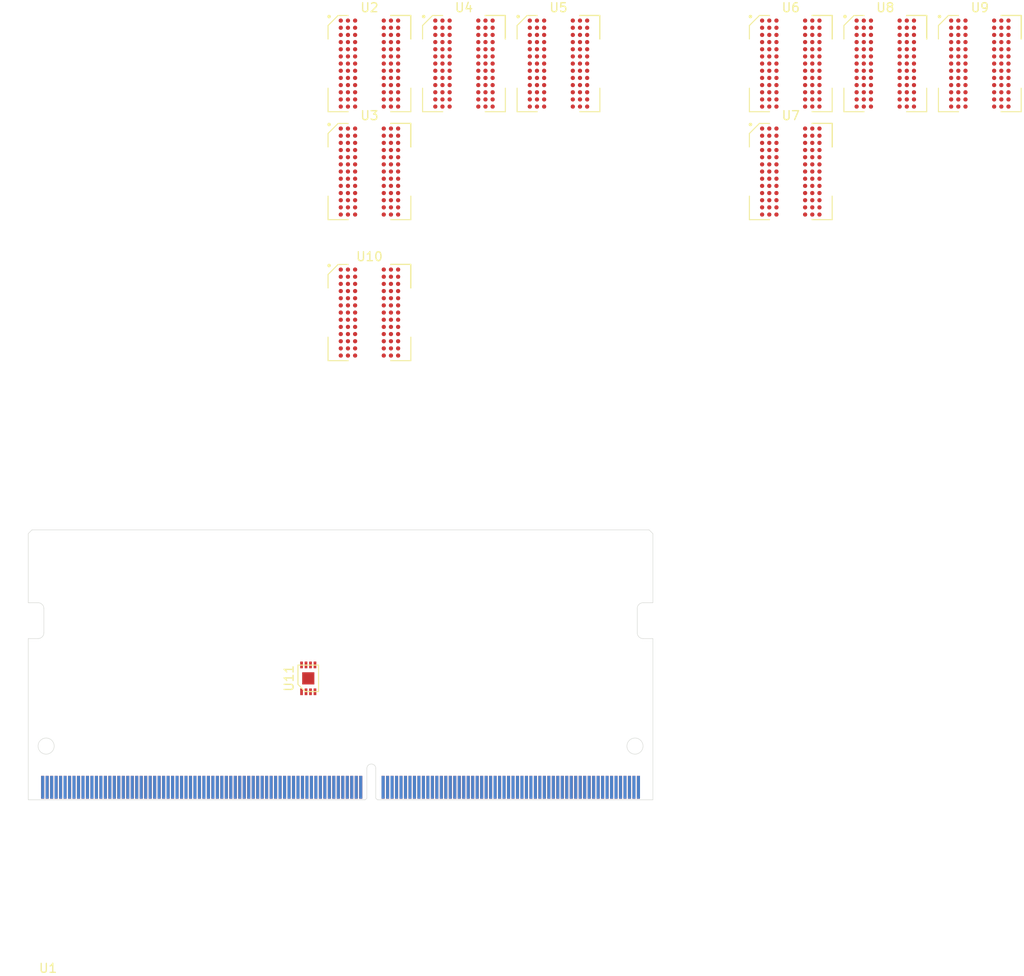
<source format=kicad_pcb>
(kicad_pcb (version 20171130) (host pcbnew "(5.1.4)-1")

  (general
    (thickness 1.3)
    (drawings 26)
    (tracks 0)
    (zones 0)
    (modules 11)
    (nets 38)
  )

  (page A4)
  (layers
    (0 F.Cu signal)
    (31 B.Cu signal)
    (32 B.Adhes user)
    (33 F.Adhes user)
    (34 B.Paste user)
    (35 F.Paste user)
    (36 B.SilkS user)
    (37 F.SilkS user)
    (38 B.Mask user)
    (39 F.Mask user)
    (40 Dwgs.User user)
    (41 Cmts.User user)
    (42 Eco1.User user)
    (43 Eco2.User user)
    (44 Edge.Cuts user)
    (45 Margin user)
    (46 B.CrtYd user)
    (47 F.CrtYd user)
    (48 B.Fab user)
    (49 F.Fab user)
  )

  (setup
    (last_trace_width 0.25)
    (trace_clearance 0.2)
    (zone_clearance 0.508)
    (zone_45_only no)
    (trace_min 0.2)
    (via_size 0.8)
    (via_drill 0.4)
    (via_min_size 0.4)
    (via_min_drill 0.3)
    (uvia_size 0.3)
    (uvia_drill 0.1)
    (uvias_allowed no)
    (uvia_min_size 0.2)
    (uvia_min_drill 0.1)
    (edge_width 0.05)
    (segment_width 0.2)
    (pcb_text_width 0.3)
    (pcb_text_size 1.5 1.5)
    (mod_edge_width 0.12)
    (mod_text_size 1 1)
    (mod_text_width 0.15)
    (pad_size 1.524 1.524)
    (pad_drill 0.762)
    (pad_to_mask_clearance 0.051)
    (solder_mask_min_width 0.25)
    (aux_axis_origin 0 0)
    (visible_elements 7FFFFFFF)
    (pcbplotparams
      (layerselection 0x010fc_ffffffff)
      (usegerberextensions false)
      (usegerberattributes false)
      (usegerberadvancedattributes false)
      (creategerberjobfile false)
      (excludeedgelayer true)
      (linewidth 0.100000)
      (plotframeref false)
      (viasonmask false)
      (mode 1)
      (useauxorigin false)
      (hpglpennumber 1)
      (hpglpenspeed 20)
      (hpglpendiameter 15.000000)
      (psnegative false)
      (psa4output false)
      (plotreference true)
      (plotvalue true)
      (plotinvisibletext false)
      (padsonsilk false)
      (subtractmaskfromsilk false)
      (outputformat 1)
      (mirror false)
      (drillshape 1)
      (scaleselection 1)
      (outputdirectory ""))
  )

  (net 0 "")
  (net 1 VSS)
  (net 2 VDD)
  (net 3 RESET_n)
  (net 4 ALERT_n)
  (net 5 A5)
  (net 6 ACT_n)
  (net 7 A11)
  (net 8 A4)
  (net 9 A7)
  (net 10 SA2)
  (net 11 SDA)
  (net 12 SA1)
  (net 13 SA0)
  (net 14 A13)
  (net 15 RAS_n-A16)
  (net 16 A2)
  (net 17 EVENT_n)
  (net 18 BA0)
  (net 19 A0)
  (net 20 VPP)
  (net 21 SCL)
  (net 22 A3)
  (net 23 A1)
  (net 24 WE_n-A14)
  (net 25 ODT0)
  (net 26 PAR)
  (net 27 BA1)
  (net 28 CS0_n)
  (net 29 A6)
  (net 30 A8)
  (net 31 A9)
  (net 32 BG1)
  (net 33 BG0)
  (net 34 CKE0)
  (net 35 A12)
  (net 36 CAS-A15)
  (net 37 A10)

  (net_class Default "Esta es la clase de red por defecto."
    (clearance 0.2)
    (trace_width 0.25)
    (via_dia 0.8)
    (via_drill 0.4)
    (uvia_dia 0.3)
    (uvia_drill 0.1)
    (add_net A0)
    (add_net A1)
    (add_net A10)
    (add_net A11)
    (add_net A12)
    (add_net A13)
    (add_net A2)
    (add_net A3)
    (add_net A4)
    (add_net A5)
    (add_net A6)
    (add_net A7)
    (add_net A8)
    (add_net A9)
    (add_net ACT_n)
    (add_net ALERT_n)
    (add_net BA0)
    (add_net BA1)
    (add_net BG0)
    (add_net BG1)
    (add_net CAS-A15)
    (add_net CB0)
    (add_net CB1)
    (add_net CB2)
    (add_net CB3)
    (add_net CB4)
    (add_net CB5)
    (add_net CB6)
    (add_net CB7)
    (add_net CKE0)
    (add_net CS0_n)
    (add_net DM2_n-DBI2_n)
    (add_net DM3_n-DBI3_n)
    (add_net DM4_n-DBI4_n)
    (add_net DM5_n-DBI5_n)
    (add_net DM6_n-DBI6_n)
    (add_net DM7_n-DBI7_n)
    (add_net DM8_n-DBI8_n)
    (add_net DMI_n-DBI1_n)
    (add_net DQ0)
    (add_net DQ10)
    (add_net DQ11)
    (add_net DQ12)
    (add_net DQ13)
    (add_net DQ14)
    (add_net DQ15)
    (add_net DQ16)
    (add_net DQ17)
    (add_net DQ18)
    (add_net DQ19)
    (add_net DQ2)
    (add_net DQ20)
    (add_net DQ21)
    (add_net DQ22)
    (add_net DQ23)
    (add_net DQ24)
    (add_net DQ25)
    (add_net DQ26)
    (add_net DQ27)
    (add_net DQ28)
    (add_net DQ29)
    (add_net DQ30)
    (add_net DQ31)
    (add_net DQ32)
    (add_net DQ33)
    (add_net DQ34)
    (add_net DQ35)
    (add_net DQ36)
    (add_net DQ37)
    (add_net DQ38)
    (add_net DQ39)
    (add_net DQ4)
    (add_net DQ40)
    (add_net DQ41)
    (add_net DQ42)
    (add_net DQ43)
    (add_net DQ44)
    (add_net DQ45)
    (add_net DQ46)
    (add_net DQ47)
    (add_net DQ48)
    (add_net DQ49)
    (add_net DQ50)
    (add_net DQ51)
    (add_net DQ52)
    (add_net DQ53)
    (add_net DQ54)
    (add_net DQ55)
    (add_net DQ56)
    (add_net DQ57)
    (add_net DQ58)
    (add_net DQ59)
    (add_net DQ6)
    (add_net DQ60)
    (add_net DQ61)
    (add_net DQ62)
    (add_net DQ63)
    (add_net DQ8)
    (add_net DQ9)
    (add_net DQS0_c)
    (add_net DQS0_t)
    (add_net DQS1_c)
    (add_net DQS1_t)
    (add_net DQS2_c)
    (add_net DQS2_t)
    (add_net DQS3_c)
    (add_net DQS3_t)
    (add_net DQS4_c)
    (add_net DQS4_t)
    (add_net DQS5_c)
    (add_net DQS5_t)
    (add_net DQS6_c)
    (add_net DQS6_t)
    (add_net DQS7_c)
    (add_net DQS7_t)
    (add_net DQS8_c)
    (add_net DQS8_t)
    (add_net EVENT_n)
    (add_net "Net-(R128-Pad~)")
    (add_net "Net-(R129-Pad~)")
    (add_net "Net-(R130-Pad~)")
    (add_net "Net-(R131-Pad~)")
    (add_net "Net-(R132-Pad~)")
    (add_net "Net-(R133-Pad~)")
    (add_net "Net-(R134-Pad~)")
    (add_net "Net-(R135-Pad~)")
    (add_net "Net-(U10-PadA3)")
    (add_net "Net-(U10-PadF2)")
    (add_net "Net-(U10-PadF7)")
    (add_net "Net-(U10-PadF8)")
    (add_net "Net-(U10-PadG2)")
    (add_net "Net-(U10-PadG8)")
    (add_net "Net-(U10-PadN7)")
    (add_net "Net-(U2-PadA3)")
    (add_net "Net-(U2-PadF2)")
    (add_net "Net-(U2-PadG2)")
    (add_net "Net-(U3-PadA3)")
    (add_net "Net-(U3-PadF2)")
    (add_net "Net-(U3-PadF7)")
    (add_net "Net-(U3-PadF8)")
    (add_net "Net-(U3-PadG2)")
    (add_net "Net-(U3-PadG8)")
    (add_net "Net-(U3-PadN7)")
    (add_net "Net-(U4-PadA3)")
    (add_net "Net-(U4-PadF2)")
    (add_net "Net-(U4-PadF7)")
    (add_net "Net-(U4-PadF8)")
    (add_net "Net-(U4-PadG2)")
    (add_net "Net-(U4-PadG8)")
    (add_net "Net-(U4-PadN7)")
    (add_net "Net-(U5-PadA3)")
    (add_net "Net-(U5-PadF2)")
    (add_net "Net-(U5-PadF7)")
    (add_net "Net-(U5-PadF8)")
    (add_net "Net-(U5-PadG2)")
    (add_net "Net-(U5-PadG8)")
    (add_net "Net-(U5-PadN7)")
    (add_net "Net-(U6-PadA3)")
    (add_net "Net-(U6-PadF2)")
    (add_net "Net-(U6-PadF7)")
    (add_net "Net-(U6-PadF8)")
    (add_net "Net-(U6-PadG2)")
    (add_net "Net-(U6-PadG8)")
    (add_net "Net-(U6-PadN7)")
    (add_net "Net-(U7-PadA3)")
    (add_net "Net-(U7-PadF2)")
    (add_net "Net-(U7-PadF7)")
    (add_net "Net-(U7-PadF8)")
    (add_net "Net-(U7-PadG2)")
    (add_net "Net-(U7-PadG8)")
    (add_net "Net-(U7-PadN7)")
    (add_net "Net-(U8-PadA3)")
    (add_net "Net-(U8-PadF2)")
    (add_net "Net-(U8-PadF7)")
    (add_net "Net-(U8-PadF8)")
    (add_net "Net-(U8-PadG2)")
    (add_net "Net-(U8-PadG8)")
    (add_net "Net-(U8-PadN7)")
    (add_net "Net-(U9-PadA3)")
    (add_net "Net-(U9-PadF2)")
    (add_net "Net-(U9-PadF7)")
    (add_net "Net-(U9-PadF8)")
    (add_net "Net-(U9-PadG2)")
    (add_net "Net-(U9-PadG8)")
    (add_net "Net-(U9-PadN7)")
    (add_net ODT0)
    (add_net PAR)
    (add_net RAS_n-A16)
    (add_net RESET_n)
    (add_net SA0)
    (add_net SA1)
    (add_net SA2)
    (add_net SCL)
    (add_net SDA)
    (add_net VDD)
    (add_net VPP)
    (add_net VSS)
    (add_net WE_n-A14)
  )

  (module DDR4_4Gb:SOIC-8 (layer F.Cu) (tedit 6019C3DE) (tstamp 601AE8CF)
    (at 31.26 -13.56)
    (path /68FF4A40/690277B9)
    (attr smd)
    (fp_text reference U11 (at -2.15 0 90) (layer F.SilkS)
      (effects (font (size 1 1) (thickness 0.15)))
    )
    (fp_text value MCP9843 (at 0 0) (layer F.Fab)
      (effects (font (size 1 1) (thickness 0.15)))
    )
    (fp_line (start -1.15 2.13) (end -1.15 -2.13) (layer F.CrtYd) (width 0.05))
    (fp_line (start 1.15 2.13) (end -1.15 2.13) (layer F.CrtYd) (width 0.05))
    (fp_line (start 1.15 -2.13) (end 1.15 2.13) (layer F.CrtYd) (width 0.05))
    (fp_line (start -1.15 -2.13) (end 1.15 -2.13) (layer F.CrtYd) (width 0.05))
    (fp_line (start 1.15 1.475) (end -0.35 1.475) (layer F.SilkS) (width 0.12))
    (fp_line (start 1.15 -1.475) (end 1.15 1.475) (layer F.SilkS) (width 0.12))
    (fp_line (start -1.15 -1.475) (end 1.15 -1.475) (layer F.SilkS) (width 0.12))
    (fp_line (start -1.15 0.675) (end -1.15 -1.475) (layer F.SilkS) (width 0.12))
    (fp_line (start -0.35 1.475) (end -1.15 0.675) (layer F.SilkS) (width 0.12))
    (pad 9 smd rect (at 0 0) (size 1.36 1.36) (layers F.Cu F.Paste F.Mask)
      (net 1 VSS))
    (pad 4 smd rect (at 0.75 1.5) (size 0.3 0.75) (layers F.Cu F.Paste F.Mask))
    (pad 5 smd rect (at 0.75 -1.5) (size 0.3 0.75) (layers F.Cu F.Paste F.Mask)
      (net 11 SDA))
    (pad 3 smd rect (at 0.25 1.5) (size 0.3 0.75) (layers F.Cu F.Paste F.Mask)
      (net 10 SA2))
    (pad 6 smd rect (at 0.25 -1.5) (size 0.3 0.75) (layers F.Cu F.Paste F.Mask)
      (net 21 SCL))
    (pad 2 smd rect (at -0.25 1.5) (size 0.3 0.75) (layers F.Cu F.Paste F.Mask)
      (net 12 SA1))
    (pad 7 smd rect (at -0.25 -1.5) (size 0.3 0.75) (layers F.Cu F.Paste F.Mask)
      (net 17 EVENT_n))
    (pad 1 smd rect (at -0.75 1.5) (size 0.3 0.75) (layers F.Cu F.Paste F.Mask)
      (net 13 SA0))
    (pad 8 smd rect (at -0.75 -1.5) (size 0.3 0.75) (layers F.Cu F.Paste F.Mask))
  )

  (module DDR4_4Gb:BGA-117_9x13_9.0x10.5mm (layer F.Cu) (tedit 601881A7) (tstamp 601AE8B9)
    (at 38.09 -54.39)
    (path /68FF4A40/68FF6FC2)
    (attr smd)
    (fp_text reference U10 (at 0 -6.25) (layer F.SilkS)
      (effects (font (size 1 1) (thickness 0.15)))
    )
    (fp_text value MT40A512M8 (at 0 6.25) (layer F.Fab)
      (effects (font (size 1 1) (thickness 0.15)))
    )
    (fp_line (start -4.75 5.5) (end -4.75 -5.5) (layer F.CrtYd) (width 0.05))
    (fp_line (start 4.75 5.5) (end -4.75 5.5) (layer F.CrtYd) (width 0.05))
    (fp_line (start 4.75 -5.5) (end 4.75 5.5) (layer F.CrtYd) (width 0.05))
    (fp_line (start -4.75 -5.5) (end 4.75 -5.5) (layer F.CrtYd) (width 0.05))
    (fp_circle (center -4.5 -5.25) (end -4.5 -5.15) (layer F.SilkS) (width 0.2))
    (fp_line (start -4.62 -4.25) (end -4.62 -2.745) (layer F.SilkS) (width 0.12))
    (fp_line (start -3.5 -5.37) (end -4.62 -4.25) (layer F.SilkS) (width 0.12))
    (fp_line (start -2.37 -5.37) (end -3.5 -5.37) (layer F.SilkS) (width 0.12))
    (fp_line (start -4.62 5.37) (end -4.62 2.745) (layer F.SilkS) (width 0.12))
    (fp_line (start -2.37 5.37) (end -4.62 5.37) (layer F.SilkS) (width 0.12))
    (fp_line (start 4.62 -5.37) (end 4.62 -2.745) (layer F.SilkS) (width 0.12))
    (fp_line (start 2.37 -5.37) (end 4.62 -5.37) (layer F.SilkS) (width 0.12))
    (fp_line (start 4.62 5.37) (end 4.62 2.745) (layer F.SilkS) (width 0.12))
    (fp_line (start 2.37 5.37) (end 4.62 5.37) (layer F.SilkS) (width 0.12))
    (fp_line (start 4.62 -5.37) (end 4.62 -2.745) (layer F.SilkS) (width 0.12))
    (fp_line (start 2.37 -5.37) (end 4.62 -5.37) (layer F.SilkS) (width 0.12))
    (fp_line (start 4.62 -5.37) (end 4.62 -2.745) (layer F.SilkS) (width 0.12))
    (fp_line (start 2.37 -5.37) (end 4.62 -5.37) (layer F.SilkS) (width 0.12))
    (fp_line (start 4.5 -5.25) (end -3.5 -5.25) (layer F.Fab) (width 0.1))
    (fp_line (start 4.5 5.25) (end 4.5 -5.25) (layer F.Fab) (width 0.1))
    (fp_line (start -4.5 5.25) (end 4.5 5.25) (layer F.Fab) (width 0.1))
    (fp_line (start -4.5 -4.25) (end -4.5 5.25) (layer F.Fab) (width 0.1))
    (fp_line (start -3.5 -5.25) (end -4.5 -4.25) (layer F.Fab) (width 0.1))
    (pad N9 smd circle (at 3.2 4.8) (size 0.47 0.47) (layers F.Cu F.Paste F.Mask)
      (net 2 VDD))
    (pad M9 smd circle (at 3.2 4) (size 0.47 0.47) (layers F.Cu F.Paste F.Mask)
      (net 20 VPP))
    (pad L9 smd circle (at 3.2 3.2) (size 0.47 0.47) (layers F.Cu F.Paste F.Mask)
      (net 4 ALERT_n))
    (pad K9 smd circle (at 3.2 2.4) (size 0.47 0.47) (layers F.Cu F.Paste F.Mask)
      (net 1 VSS))
    (pad J9 smd circle (at 3.2 1.6) (size 0.47 0.47) (layers F.Cu F.Paste F.Mask)
      (net 2 VDD))
    (pad H9 smd circle (at 3.2 0.8) (size 0.47 0.47) (layers F.Cu F.Paste F.Mask)
      (net 1 VSS))
    (pad G9 smd circle (at 3.2 0) (size 0.47 0.47) (layers F.Cu F.Paste F.Mask)
      (net 1 VSS))
    (pad F9 smd circle (at 3.2 -0.8) (size 0.47 0.47) (layers F.Cu F.Paste F.Mask)
      (net 2 VDD))
    (pad E9 smd circle (at 3.2 -1.6) (size 0.47 0.47) (layers F.Cu F.Paste F.Mask)
      (net 1 VSS))
    (pad D9 smd circle (at 3.2 -2.4) (size 0.47 0.47) (layers F.Cu F.Paste F.Mask)
      (net 1 VSS))
    (pad C9 smd circle (at 3.2 -3.2) (size 0.47 0.47) (layers F.Cu F.Paste F.Mask)
      (net 1 VSS))
    (pad B9 smd circle (at 3.2 -4) (size 0.47 0.47) (layers F.Cu F.Paste F.Mask))
    (pad A9 smd circle (at 3.2 -4.8) (size 0.47 0.47) (layers F.Cu F.Paste F.Mask)
      (net 1 VSS))
    (pad N8 smd circle (at 2.4 4.8) (size 0.47 0.47) (layers F.Cu F.Paste F.Mask)
      (net 14 A13))
    (pad M8 smd circle (at 2.4 4) (size 0.47 0.47) (layers F.Cu F.Paste F.Mask)
      (net 9 A7))
    (pad L8 smd circle (at 2.4 3.2) (size 0.47 0.47) (layers F.Cu F.Paste F.Mask)
      (net 5 A5))
    (pad K8 smd circle (at 2.4 2.4) (size 0.47 0.47) (layers F.Cu F.Paste F.Mask)
      (net 27 BA1))
    (pad J8 smd circle (at 2.4 1.6) (size 0.47 0.47) (layers F.Cu F.Paste F.Mask)
      (net 32 BG1))
    (pad H8 smd circle (at 2.4 0.8) (size 0.47 0.47) (layers F.Cu F.Paste F.Mask)
      (net 15 RAS_n-A16))
    (pad G8 smd circle (at 2.4 0) (size 0.47 0.47) (layers F.Cu F.Paste F.Mask))
    (pad F8 smd circle (at 2.4 -0.8) (size 0.47 0.47) (layers F.Cu F.Paste F.Mask))
    (pad E8 smd circle (at 2.4 -1.6) (size 0.47 0.47) (layers F.Cu F.Paste F.Mask)
      (net 1 VSS))
    (pad D8 smd circle (at 2.4 -2.4) (size 0.47 0.47) (layers F.Cu F.Paste F.Mask))
    (pad C8 smd circle (at 2.4 -3.2) (size 0.47 0.47) (layers F.Cu F.Paste F.Mask)
      (net 1 VSS))
    (pad B8 smd circle (at 2.4 -4) (size 0.47 0.47) (layers F.Cu F.Paste F.Mask)
      (net 1 VSS))
    (pad A8 smd circle (at 2.4 -4.8) (size 0.47 0.47) (layers F.Cu F.Paste F.Mask)
      (net 1 VSS))
    (pad N7 smd circle (at 1.6 4.8) (size 0.47 0.47) (layers F.Cu F.Paste F.Mask))
    (pad M7 smd circle (at 1.6 4) (size 0.47 0.47) (layers F.Cu F.Paste F.Mask)
      (net 31 A9))
    (pad L7 smd circle (at 1.6 3.2) (size 0.47 0.47) (layers F.Cu F.Paste F.Mask)
      (net 23 A1))
    (pad K7 smd circle (at 1.6 2.4) (size 0.47 0.47) (layers F.Cu F.Paste F.Mask)
      (net 22 A3))
    (pad J7 smd circle (at 1.6 1.6) (size 0.47 0.47) (layers F.Cu F.Paste F.Mask)
      (net 35 A12))
    (pad H7 smd circle (at 1.6 0.8) (size 0.47 0.47) (layers F.Cu F.Paste F.Mask)
      (net 36 CAS-A15))
    (pad G7 smd circle (at 1.6 0) (size 0.47 0.47) (layers F.Cu F.Paste F.Mask)
      (net 28 CS0_n))
    (pad F7 smd circle (at 1.6 -0.8) (size 0.47 0.47) (layers F.Cu F.Paste F.Mask))
    (pad E7 smd circle (at 1.6 -1.6) (size 0.47 0.47) (layers F.Cu F.Paste F.Mask))
    (pad D7 smd circle (at 1.6 -2.4) (size 0.47 0.47) (layers F.Cu F.Paste F.Mask))
    (pad C7 smd circle (at 1.6 -3.2) (size 0.47 0.47) (layers F.Cu F.Paste F.Mask)
      (net 2 VDD))
    (pad B7 smd circle (at 1.6 -4) (size 0.47 0.47) (layers F.Cu F.Paste F.Mask))
    (pad A7 smd circle (at 1.6 -4.8) (size 0.47 0.47) (layers F.Cu F.Paste F.Mask))
    (pad N3 smd circle (at -1.6 4.8) (size 0.47 0.47) (layers F.Cu F.Paste F.Mask)
      (net 26 PAR))
    (pad M3 smd circle (at -1.6 4) (size 0.47 0.47) (layers F.Cu F.Paste F.Mask)
      (net 16 A2))
    (pad L3 smd circle (at -1.6 3.2) (size 0.47 0.47) (layers F.Cu F.Paste F.Mask)
      (net 19 A0))
    (pad K3 smd circle (at -1.6 2.4) (size 0.47 0.47) (layers F.Cu F.Paste F.Mask)
      (net 8 A4))
    (pad J3 smd circle (at -1.6 1.6) (size 0.47 0.47) (layers F.Cu F.Paste F.Mask)
      (net 37 A10))
    (pad H3 smd circle (at -1.6 0.8) (size 0.47 0.47) (layers F.Cu F.Paste F.Mask)
      (net 6 ACT_n))
    (pad G3 smd circle (at -1.6 0) (size 0.47 0.47) (layers F.Cu F.Paste F.Mask)
      (net 34 CKE0))
    (pad F3 smd circle (at -1.6 -0.8) (size 0.47 0.47) (layers F.Cu F.Paste F.Mask)
      (net 25 ODT0))
    (pad E3 smd circle (at -1.6 -1.6) (size 0.47 0.47) (layers F.Cu F.Paste F.Mask))
    (pad D3 smd circle (at -1.6 -2.4) (size 0.47 0.47) (layers F.Cu F.Paste F.Mask))
    (pad C3 smd circle (at -1.6 -3.2) (size 0.47 0.47) (layers F.Cu F.Paste F.Mask))
    (pad B3 smd circle (at -1.6 -4) (size 0.47 0.47) (layers F.Cu F.Paste F.Mask))
    (pad A3 smd circle (at -1.6 -4.8) (size 0.47 0.47) (layers F.Cu F.Paste F.Mask))
    (pad N2 smd circle (at -2.4 4.8) (size 0.47 0.47) (layers F.Cu F.Paste F.Mask)
      (net 7 A11))
    (pad M2 smd circle (at -2.4 4) (size 0.47 0.47) (layers F.Cu F.Paste F.Mask)
      (net 30 A8))
    (pad L2 smd circle (at -2.4 3.2) (size 0.47 0.47) (layers F.Cu F.Paste F.Mask)
      (net 29 A6))
    (pad K2 smd circle (at -2.4 2.4) (size 0.47 0.47) (layers F.Cu F.Paste F.Mask)
      (net 18 BA0))
    (pad J2 smd circle (at -2.4 1.6) (size 0.47 0.47) (layers F.Cu F.Paste F.Mask)
      (net 33 BG0))
    (pad H2 smd circle (at -2.4 0.8) (size 0.47 0.47) (layers F.Cu F.Paste F.Mask)
      (net 24 WE_n-A14))
    (pad G2 smd circle (at -2.4 0) (size 0.47 0.47) (layers F.Cu F.Paste F.Mask))
    (pad F2 smd circle (at -2.4 -0.8) (size 0.47 0.47) (layers F.Cu F.Paste F.Mask))
    (pad E2 smd circle (at -2.4 -1.6) (size 0.47 0.47) (layers F.Cu F.Paste F.Mask)
      (net 1 VSS))
    (pad D2 smd circle (at -2.4 -2.4) (size 0.47 0.47) (layers F.Cu F.Paste F.Mask))
    (pad C2 smd circle (at -2.4 -3.2) (size 0.47 0.47) (layers F.Cu F.Paste F.Mask))
    (pad B2 smd circle (at -2.4 -4) (size 0.47 0.47) (layers F.Cu F.Paste F.Mask)
      (net 1 VSS))
    (pad A2 smd circle (at -2.4 -4.8) (size 0.47 0.47) (layers F.Cu F.Paste F.Mask)
      (net 1 VSS))
    (pad N1 smd circle (at -3.2 4.8) (size 0.47 0.47) (layers F.Cu F.Paste F.Mask)
      (net 1 VSS))
    (pad M1 smd circle (at -3.2 4) (size 0.47 0.47) (layers F.Cu F.Paste F.Mask)
      (net 2 VDD))
    (pad L1 smd circle (at -3.2 3.2) (size 0.47 0.47) (layers F.Cu F.Paste F.Mask)
      (net 3 RESET_n))
    (pad K1 smd circle (at -3.2 2.4) (size 0.47 0.47) (layers F.Cu F.Paste F.Mask)
      (net 1 VSS))
    (pad J1 smd circle (at -3.2 1.6) (size 0.47 0.47) (layers F.Cu F.Paste F.Mask)
      (net 2 VDD))
    (pad H1 smd circle (at -3.2 0.8) (size 0.47 0.47) (layers F.Cu F.Paste F.Mask)
      (net 2 VDD))
    (pad G1 smd circle (at -3.2 0) (size 0.47 0.47) (layers F.Cu F.Paste F.Mask)
      (net 1 VSS))
    (pad F1 smd circle (at -3.2 -0.8) (size 0.47 0.47) (layers F.Cu F.Paste F.Mask)
      (net 2 VDD))
    (pad E1 smd circle (at -3.2 -1.6) (size 0.47 0.47) (layers F.Cu F.Paste F.Mask)
      (net 1 VSS))
    (pad D1 smd circle (at -3.2 -2.4) (size 0.47 0.47) (layers F.Cu F.Paste F.Mask)
      (net 1 VSS))
    (pad C1 smd circle (at -3.2 -3.2) (size 0.47 0.47) (layers F.Cu F.Paste F.Mask)
      (net 1 VSS))
    (pad B1 smd circle (at -3.2 -4) (size 0.47 0.47) (layers F.Cu F.Paste F.Mask)
      (net 20 VPP))
    (pad A1 smd circle (at -3.2 -4.8) (size 0.47 0.47) (layers F.Cu F.Paste F.Mask)
      (net 2 VDD))
  )

  (module DDR4_4Gb:BGA-117_9x13_9.0x10.5mm (layer F.Cu) (tedit 601881A7) (tstamp 601AE850)
    (at 106.22 -82.18)
    (path /68A4C643/68C8CA0A)
    (attr smd)
    (fp_text reference U9 (at 0 -6.25) (layer F.SilkS)
      (effects (font (size 1 1) (thickness 0.15)))
    )
    (fp_text value MT40A512M8 (at 0 6.25) (layer F.Fab)
      (effects (font (size 1 1) (thickness 0.15)))
    )
    (fp_line (start -4.75 5.5) (end -4.75 -5.5) (layer F.CrtYd) (width 0.05))
    (fp_line (start 4.75 5.5) (end -4.75 5.5) (layer F.CrtYd) (width 0.05))
    (fp_line (start 4.75 -5.5) (end 4.75 5.5) (layer F.CrtYd) (width 0.05))
    (fp_line (start -4.75 -5.5) (end 4.75 -5.5) (layer F.CrtYd) (width 0.05))
    (fp_circle (center -4.5 -5.25) (end -4.5 -5.15) (layer F.SilkS) (width 0.2))
    (fp_line (start -4.62 -4.25) (end -4.62 -2.745) (layer F.SilkS) (width 0.12))
    (fp_line (start -3.5 -5.37) (end -4.62 -4.25) (layer F.SilkS) (width 0.12))
    (fp_line (start -2.37 -5.37) (end -3.5 -5.37) (layer F.SilkS) (width 0.12))
    (fp_line (start -4.62 5.37) (end -4.62 2.745) (layer F.SilkS) (width 0.12))
    (fp_line (start -2.37 5.37) (end -4.62 5.37) (layer F.SilkS) (width 0.12))
    (fp_line (start 4.62 -5.37) (end 4.62 -2.745) (layer F.SilkS) (width 0.12))
    (fp_line (start 2.37 -5.37) (end 4.62 -5.37) (layer F.SilkS) (width 0.12))
    (fp_line (start 4.62 5.37) (end 4.62 2.745) (layer F.SilkS) (width 0.12))
    (fp_line (start 2.37 5.37) (end 4.62 5.37) (layer F.SilkS) (width 0.12))
    (fp_line (start 4.62 -5.37) (end 4.62 -2.745) (layer F.SilkS) (width 0.12))
    (fp_line (start 2.37 -5.37) (end 4.62 -5.37) (layer F.SilkS) (width 0.12))
    (fp_line (start 4.62 -5.37) (end 4.62 -2.745) (layer F.SilkS) (width 0.12))
    (fp_line (start 2.37 -5.37) (end 4.62 -5.37) (layer F.SilkS) (width 0.12))
    (fp_line (start 4.5 -5.25) (end -3.5 -5.25) (layer F.Fab) (width 0.1))
    (fp_line (start 4.5 5.25) (end 4.5 -5.25) (layer F.Fab) (width 0.1))
    (fp_line (start -4.5 5.25) (end 4.5 5.25) (layer F.Fab) (width 0.1))
    (fp_line (start -4.5 -4.25) (end -4.5 5.25) (layer F.Fab) (width 0.1))
    (fp_line (start -3.5 -5.25) (end -4.5 -4.25) (layer F.Fab) (width 0.1))
    (pad N9 smd circle (at 3.2 4.8) (size 0.47 0.47) (layers F.Cu F.Paste F.Mask)
      (net 2 VDD))
    (pad M9 smd circle (at 3.2 4) (size 0.47 0.47) (layers F.Cu F.Paste F.Mask)
      (net 20 VPP))
    (pad L9 smd circle (at 3.2 3.2) (size 0.47 0.47) (layers F.Cu F.Paste F.Mask)
      (net 4 ALERT_n))
    (pad K9 smd circle (at 3.2 2.4) (size 0.47 0.47) (layers F.Cu F.Paste F.Mask)
      (net 1 VSS))
    (pad J9 smd circle (at 3.2 1.6) (size 0.47 0.47) (layers F.Cu F.Paste F.Mask)
      (net 2 VDD))
    (pad H9 smd circle (at 3.2 0.8) (size 0.47 0.47) (layers F.Cu F.Paste F.Mask)
      (net 1 VSS))
    (pad G9 smd circle (at 3.2 0) (size 0.47 0.47) (layers F.Cu F.Paste F.Mask)
      (net 1 VSS))
    (pad F9 smd circle (at 3.2 -0.8) (size 0.47 0.47) (layers F.Cu F.Paste F.Mask)
      (net 2 VDD))
    (pad E9 smd circle (at 3.2 -1.6) (size 0.47 0.47) (layers F.Cu F.Paste F.Mask)
      (net 1 VSS))
    (pad D9 smd circle (at 3.2 -2.4) (size 0.47 0.47) (layers F.Cu F.Paste F.Mask)
      (net 1 VSS))
    (pad C9 smd circle (at 3.2 -3.2) (size 0.47 0.47) (layers F.Cu F.Paste F.Mask)
      (net 1 VSS))
    (pad B9 smd circle (at 3.2 -4) (size 0.47 0.47) (layers F.Cu F.Paste F.Mask))
    (pad A9 smd circle (at 3.2 -4.8) (size 0.47 0.47) (layers F.Cu F.Paste F.Mask)
      (net 1 VSS))
    (pad N8 smd circle (at 2.4 4.8) (size 0.47 0.47) (layers F.Cu F.Paste F.Mask)
      (net 14 A13))
    (pad M8 smd circle (at 2.4 4) (size 0.47 0.47) (layers F.Cu F.Paste F.Mask)
      (net 9 A7))
    (pad L8 smd circle (at 2.4 3.2) (size 0.47 0.47) (layers F.Cu F.Paste F.Mask)
      (net 5 A5))
    (pad K8 smd circle (at 2.4 2.4) (size 0.47 0.47) (layers F.Cu F.Paste F.Mask)
      (net 27 BA1))
    (pad J8 smd circle (at 2.4 1.6) (size 0.47 0.47) (layers F.Cu F.Paste F.Mask)
      (net 32 BG1))
    (pad H8 smd circle (at 2.4 0.8) (size 0.47 0.47) (layers F.Cu F.Paste F.Mask)
      (net 15 RAS_n-A16))
    (pad G8 smd circle (at 2.4 0) (size 0.47 0.47) (layers F.Cu F.Paste F.Mask))
    (pad F8 smd circle (at 2.4 -0.8) (size 0.47 0.47) (layers F.Cu F.Paste F.Mask))
    (pad E8 smd circle (at 2.4 -1.6) (size 0.47 0.47) (layers F.Cu F.Paste F.Mask)
      (net 1 VSS))
    (pad D8 smd circle (at 2.4 -2.4) (size 0.47 0.47) (layers F.Cu F.Paste F.Mask))
    (pad C8 smd circle (at 2.4 -3.2) (size 0.47 0.47) (layers F.Cu F.Paste F.Mask)
      (net 1 VSS))
    (pad B8 smd circle (at 2.4 -4) (size 0.47 0.47) (layers F.Cu F.Paste F.Mask)
      (net 1 VSS))
    (pad A8 smd circle (at 2.4 -4.8) (size 0.47 0.47) (layers F.Cu F.Paste F.Mask)
      (net 1 VSS))
    (pad N7 smd circle (at 1.6 4.8) (size 0.47 0.47) (layers F.Cu F.Paste F.Mask))
    (pad M7 smd circle (at 1.6 4) (size 0.47 0.47) (layers F.Cu F.Paste F.Mask)
      (net 31 A9))
    (pad L7 smd circle (at 1.6 3.2) (size 0.47 0.47) (layers F.Cu F.Paste F.Mask)
      (net 23 A1))
    (pad K7 smd circle (at 1.6 2.4) (size 0.47 0.47) (layers F.Cu F.Paste F.Mask)
      (net 22 A3))
    (pad J7 smd circle (at 1.6 1.6) (size 0.47 0.47) (layers F.Cu F.Paste F.Mask)
      (net 35 A12))
    (pad H7 smd circle (at 1.6 0.8) (size 0.47 0.47) (layers F.Cu F.Paste F.Mask)
      (net 36 CAS-A15))
    (pad G7 smd circle (at 1.6 0) (size 0.47 0.47) (layers F.Cu F.Paste F.Mask)
      (net 28 CS0_n))
    (pad F7 smd circle (at 1.6 -0.8) (size 0.47 0.47) (layers F.Cu F.Paste F.Mask))
    (pad E7 smd circle (at 1.6 -1.6) (size 0.47 0.47) (layers F.Cu F.Paste F.Mask))
    (pad D7 smd circle (at 1.6 -2.4) (size 0.47 0.47) (layers F.Cu F.Paste F.Mask))
    (pad C7 smd circle (at 1.6 -3.2) (size 0.47 0.47) (layers F.Cu F.Paste F.Mask)
      (net 2 VDD))
    (pad B7 smd circle (at 1.6 -4) (size 0.47 0.47) (layers F.Cu F.Paste F.Mask))
    (pad A7 smd circle (at 1.6 -4.8) (size 0.47 0.47) (layers F.Cu F.Paste F.Mask))
    (pad N3 smd circle (at -1.6 4.8) (size 0.47 0.47) (layers F.Cu F.Paste F.Mask)
      (net 26 PAR))
    (pad M3 smd circle (at -1.6 4) (size 0.47 0.47) (layers F.Cu F.Paste F.Mask)
      (net 16 A2))
    (pad L3 smd circle (at -1.6 3.2) (size 0.47 0.47) (layers F.Cu F.Paste F.Mask)
      (net 19 A0))
    (pad K3 smd circle (at -1.6 2.4) (size 0.47 0.47) (layers F.Cu F.Paste F.Mask)
      (net 8 A4))
    (pad J3 smd circle (at -1.6 1.6) (size 0.47 0.47) (layers F.Cu F.Paste F.Mask)
      (net 37 A10))
    (pad H3 smd circle (at -1.6 0.8) (size 0.47 0.47) (layers F.Cu F.Paste F.Mask)
      (net 6 ACT_n))
    (pad G3 smd circle (at -1.6 0) (size 0.47 0.47) (layers F.Cu F.Paste F.Mask)
      (net 34 CKE0))
    (pad F3 smd circle (at -1.6 -0.8) (size 0.47 0.47) (layers F.Cu F.Paste F.Mask)
      (net 25 ODT0))
    (pad E3 smd circle (at -1.6 -1.6) (size 0.47 0.47) (layers F.Cu F.Paste F.Mask))
    (pad D3 smd circle (at -1.6 -2.4) (size 0.47 0.47) (layers F.Cu F.Paste F.Mask))
    (pad C3 smd circle (at -1.6 -3.2) (size 0.47 0.47) (layers F.Cu F.Paste F.Mask))
    (pad B3 smd circle (at -1.6 -4) (size 0.47 0.47) (layers F.Cu F.Paste F.Mask))
    (pad A3 smd circle (at -1.6 -4.8) (size 0.47 0.47) (layers F.Cu F.Paste F.Mask))
    (pad N2 smd circle (at -2.4 4.8) (size 0.47 0.47) (layers F.Cu F.Paste F.Mask)
      (net 7 A11))
    (pad M2 smd circle (at -2.4 4) (size 0.47 0.47) (layers F.Cu F.Paste F.Mask)
      (net 30 A8))
    (pad L2 smd circle (at -2.4 3.2) (size 0.47 0.47) (layers F.Cu F.Paste F.Mask)
      (net 29 A6))
    (pad K2 smd circle (at -2.4 2.4) (size 0.47 0.47) (layers F.Cu F.Paste F.Mask)
      (net 18 BA0))
    (pad J2 smd circle (at -2.4 1.6) (size 0.47 0.47) (layers F.Cu F.Paste F.Mask)
      (net 33 BG0))
    (pad H2 smd circle (at -2.4 0.8) (size 0.47 0.47) (layers F.Cu F.Paste F.Mask)
      (net 24 WE_n-A14))
    (pad G2 smd circle (at -2.4 0) (size 0.47 0.47) (layers F.Cu F.Paste F.Mask))
    (pad F2 smd circle (at -2.4 -0.8) (size 0.47 0.47) (layers F.Cu F.Paste F.Mask))
    (pad E2 smd circle (at -2.4 -1.6) (size 0.47 0.47) (layers F.Cu F.Paste F.Mask)
      (net 1 VSS))
    (pad D2 smd circle (at -2.4 -2.4) (size 0.47 0.47) (layers F.Cu F.Paste F.Mask))
    (pad C2 smd circle (at -2.4 -3.2) (size 0.47 0.47) (layers F.Cu F.Paste F.Mask))
    (pad B2 smd circle (at -2.4 -4) (size 0.47 0.47) (layers F.Cu F.Paste F.Mask)
      (net 1 VSS))
    (pad A2 smd circle (at -2.4 -4.8) (size 0.47 0.47) (layers F.Cu F.Paste F.Mask)
      (net 1 VSS))
    (pad N1 smd circle (at -3.2 4.8) (size 0.47 0.47) (layers F.Cu F.Paste F.Mask)
      (net 1 VSS))
    (pad M1 smd circle (at -3.2 4) (size 0.47 0.47) (layers F.Cu F.Paste F.Mask)
      (net 2 VDD))
    (pad L1 smd circle (at -3.2 3.2) (size 0.47 0.47) (layers F.Cu F.Paste F.Mask)
      (net 3 RESET_n))
    (pad K1 smd circle (at -3.2 2.4) (size 0.47 0.47) (layers F.Cu F.Paste F.Mask)
      (net 1 VSS))
    (pad J1 smd circle (at -3.2 1.6) (size 0.47 0.47) (layers F.Cu F.Paste F.Mask)
      (net 2 VDD))
    (pad H1 smd circle (at -3.2 0.8) (size 0.47 0.47) (layers F.Cu F.Paste F.Mask)
      (net 2 VDD))
    (pad G1 smd circle (at -3.2 0) (size 0.47 0.47) (layers F.Cu F.Paste F.Mask)
      (net 1 VSS))
    (pad F1 smd circle (at -3.2 -0.8) (size 0.47 0.47) (layers F.Cu F.Paste F.Mask)
      (net 2 VDD))
    (pad E1 smd circle (at -3.2 -1.6) (size 0.47 0.47) (layers F.Cu F.Paste F.Mask)
      (net 1 VSS))
    (pad D1 smd circle (at -3.2 -2.4) (size 0.47 0.47) (layers F.Cu F.Paste F.Mask)
      (net 1 VSS))
    (pad C1 smd circle (at -3.2 -3.2) (size 0.47 0.47) (layers F.Cu F.Paste F.Mask)
      (net 1 VSS))
    (pad B1 smd circle (at -3.2 -4) (size 0.47 0.47) (layers F.Cu F.Paste F.Mask)
      (net 20 VPP))
    (pad A1 smd circle (at -3.2 -4.8) (size 0.47 0.47) (layers F.Cu F.Paste F.Mask)
      (net 2 VDD))
  )

  (module DDR4_4Gb:BGA-117_9x13_9.0x10.5mm (layer F.Cu) (tedit 601881A7) (tstamp 601AE7E7)
    (at 95.67 -82.18)
    (path /68A4C643/68A643EC)
    (attr smd)
    (fp_text reference U8 (at 0 -6.25) (layer F.SilkS)
      (effects (font (size 1 1) (thickness 0.15)))
    )
    (fp_text value MT40A512M8 (at 0 6.25) (layer F.Fab)
      (effects (font (size 1 1) (thickness 0.15)))
    )
    (fp_line (start -4.75 5.5) (end -4.75 -5.5) (layer F.CrtYd) (width 0.05))
    (fp_line (start 4.75 5.5) (end -4.75 5.5) (layer F.CrtYd) (width 0.05))
    (fp_line (start 4.75 -5.5) (end 4.75 5.5) (layer F.CrtYd) (width 0.05))
    (fp_line (start -4.75 -5.5) (end 4.75 -5.5) (layer F.CrtYd) (width 0.05))
    (fp_circle (center -4.5 -5.25) (end -4.5 -5.15) (layer F.SilkS) (width 0.2))
    (fp_line (start -4.62 -4.25) (end -4.62 -2.745) (layer F.SilkS) (width 0.12))
    (fp_line (start -3.5 -5.37) (end -4.62 -4.25) (layer F.SilkS) (width 0.12))
    (fp_line (start -2.37 -5.37) (end -3.5 -5.37) (layer F.SilkS) (width 0.12))
    (fp_line (start -4.62 5.37) (end -4.62 2.745) (layer F.SilkS) (width 0.12))
    (fp_line (start -2.37 5.37) (end -4.62 5.37) (layer F.SilkS) (width 0.12))
    (fp_line (start 4.62 -5.37) (end 4.62 -2.745) (layer F.SilkS) (width 0.12))
    (fp_line (start 2.37 -5.37) (end 4.62 -5.37) (layer F.SilkS) (width 0.12))
    (fp_line (start 4.62 5.37) (end 4.62 2.745) (layer F.SilkS) (width 0.12))
    (fp_line (start 2.37 5.37) (end 4.62 5.37) (layer F.SilkS) (width 0.12))
    (fp_line (start 4.62 -5.37) (end 4.62 -2.745) (layer F.SilkS) (width 0.12))
    (fp_line (start 2.37 -5.37) (end 4.62 -5.37) (layer F.SilkS) (width 0.12))
    (fp_line (start 4.62 -5.37) (end 4.62 -2.745) (layer F.SilkS) (width 0.12))
    (fp_line (start 2.37 -5.37) (end 4.62 -5.37) (layer F.SilkS) (width 0.12))
    (fp_line (start 4.5 -5.25) (end -3.5 -5.25) (layer F.Fab) (width 0.1))
    (fp_line (start 4.5 5.25) (end 4.5 -5.25) (layer F.Fab) (width 0.1))
    (fp_line (start -4.5 5.25) (end 4.5 5.25) (layer F.Fab) (width 0.1))
    (fp_line (start -4.5 -4.25) (end -4.5 5.25) (layer F.Fab) (width 0.1))
    (fp_line (start -3.5 -5.25) (end -4.5 -4.25) (layer F.Fab) (width 0.1))
    (pad N9 smd circle (at 3.2 4.8) (size 0.47 0.47) (layers F.Cu F.Paste F.Mask)
      (net 2 VDD))
    (pad M9 smd circle (at 3.2 4) (size 0.47 0.47) (layers F.Cu F.Paste F.Mask)
      (net 20 VPP))
    (pad L9 smd circle (at 3.2 3.2) (size 0.47 0.47) (layers F.Cu F.Paste F.Mask)
      (net 4 ALERT_n))
    (pad K9 smd circle (at 3.2 2.4) (size 0.47 0.47) (layers F.Cu F.Paste F.Mask)
      (net 1 VSS))
    (pad J9 smd circle (at 3.2 1.6) (size 0.47 0.47) (layers F.Cu F.Paste F.Mask)
      (net 2 VDD))
    (pad H9 smd circle (at 3.2 0.8) (size 0.47 0.47) (layers F.Cu F.Paste F.Mask)
      (net 1 VSS))
    (pad G9 smd circle (at 3.2 0) (size 0.47 0.47) (layers F.Cu F.Paste F.Mask)
      (net 1 VSS))
    (pad F9 smd circle (at 3.2 -0.8) (size 0.47 0.47) (layers F.Cu F.Paste F.Mask)
      (net 2 VDD))
    (pad E9 smd circle (at 3.2 -1.6) (size 0.47 0.47) (layers F.Cu F.Paste F.Mask)
      (net 1 VSS))
    (pad D9 smd circle (at 3.2 -2.4) (size 0.47 0.47) (layers F.Cu F.Paste F.Mask)
      (net 1 VSS))
    (pad C9 smd circle (at 3.2 -3.2) (size 0.47 0.47) (layers F.Cu F.Paste F.Mask)
      (net 1 VSS))
    (pad B9 smd circle (at 3.2 -4) (size 0.47 0.47) (layers F.Cu F.Paste F.Mask))
    (pad A9 smd circle (at 3.2 -4.8) (size 0.47 0.47) (layers F.Cu F.Paste F.Mask)
      (net 1 VSS))
    (pad N8 smd circle (at 2.4 4.8) (size 0.47 0.47) (layers F.Cu F.Paste F.Mask)
      (net 14 A13))
    (pad M8 smd circle (at 2.4 4) (size 0.47 0.47) (layers F.Cu F.Paste F.Mask)
      (net 9 A7))
    (pad L8 smd circle (at 2.4 3.2) (size 0.47 0.47) (layers F.Cu F.Paste F.Mask)
      (net 5 A5))
    (pad K8 smd circle (at 2.4 2.4) (size 0.47 0.47) (layers F.Cu F.Paste F.Mask)
      (net 27 BA1))
    (pad J8 smd circle (at 2.4 1.6) (size 0.47 0.47) (layers F.Cu F.Paste F.Mask)
      (net 32 BG1))
    (pad H8 smd circle (at 2.4 0.8) (size 0.47 0.47) (layers F.Cu F.Paste F.Mask)
      (net 15 RAS_n-A16))
    (pad G8 smd circle (at 2.4 0) (size 0.47 0.47) (layers F.Cu F.Paste F.Mask))
    (pad F8 smd circle (at 2.4 -0.8) (size 0.47 0.47) (layers F.Cu F.Paste F.Mask))
    (pad E8 smd circle (at 2.4 -1.6) (size 0.47 0.47) (layers F.Cu F.Paste F.Mask)
      (net 1 VSS))
    (pad D8 smd circle (at 2.4 -2.4) (size 0.47 0.47) (layers F.Cu F.Paste F.Mask))
    (pad C8 smd circle (at 2.4 -3.2) (size 0.47 0.47) (layers F.Cu F.Paste F.Mask)
      (net 1 VSS))
    (pad B8 smd circle (at 2.4 -4) (size 0.47 0.47) (layers F.Cu F.Paste F.Mask)
      (net 1 VSS))
    (pad A8 smd circle (at 2.4 -4.8) (size 0.47 0.47) (layers F.Cu F.Paste F.Mask)
      (net 1 VSS))
    (pad N7 smd circle (at 1.6 4.8) (size 0.47 0.47) (layers F.Cu F.Paste F.Mask))
    (pad M7 smd circle (at 1.6 4) (size 0.47 0.47) (layers F.Cu F.Paste F.Mask)
      (net 31 A9))
    (pad L7 smd circle (at 1.6 3.2) (size 0.47 0.47) (layers F.Cu F.Paste F.Mask)
      (net 23 A1))
    (pad K7 smd circle (at 1.6 2.4) (size 0.47 0.47) (layers F.Cu F.Paste F.Mask)
      (net 22 A3))
    (pad J7 smd circle (at 1.6 1.6) (size 0.47 0.47) (layers F.Cu F.Paste F.Mask)
      (net 35 A12))
    (pad H7 smd circle (at 1.6 0.8) (size 0.47 0.47) (layers F.Cu F.Paste F.Mask)
      (net 36 CAS-A15))
    (pad G7 smd circle (at 1.6 0) (size 0.47 0.47) (layers F.Cu F.Paste F.Mask)
      (net 28 CS0_n))
    (pad F7 smd circle (at 1.6 -0.8) (size 0.47 0.47) (layers F.Cu F.Paste F.Mask))
    (pad E7 smd circle (at 1.6 -1.6) (size 0.47 0.47) (layers F.Cu F.Paste F.Mask))
    (pad D7 smd circle (at 1.6 -2.4) (size 0.47 0.47) (layers F.Cu F.Paste F.Mask))
    (pad C7 smd circle (at 1.6 -3.2) (size 0.47 0.47) (layers F.Cu F.Paste F.Mask)
      (net 2 VDD))
    (pad B7 smd circle (at 1.6 -4) (size 0.47 0.47) (layers F.Cu F.Paste F.Mask))
    (pad A7 smd circle (at 1.6 -4.8) (size 0.47 0.47) (layers F.Cu F.Paste F.Mask))
    (pad N3 smd circle (at -1.6 4.8) (size 0.47 0.47) (layers F.Cu F.Paste F.Mask)
      (net 26 PAR))
    (pad M3 smd circle (at -1.6 4) (size 0.47 0.47) (layers F.Cu F.Paste F.Mask)
      (net 16 A2))
    (pad L3 smd circle (at -1.6 3.2) (size 0.47 0.47) (layers F.Cu F.Paste F.Mask)
      (net 19 A0))
    (pad K3 smd circle (at -1.6 2.4) (size 0.47 0.47) (layers F.Cu F.Paste F.Mask)
      (net 8 A4))
    (pad J3 smd circle (at -1.6 1.6) (size 0.47 0.47) (layers F.Cu F.Paste F.Mask)
      (net 37 A10))
    (pad H3 smd circle (at -1.6 0.8) (size 0.47 0.47) (layers F.Cu F.Paste F.Mask)
      (net 6 ACT_n))
    (pad G3 smd circle (at -1.6 0) (size 0.47 0.47) (layers F.Cu F.Paste F.Mask)
      (net 34 CKE0))
    (pad F3 smd circle (at -1.6 -0.8) (size 0.47 0.47) (layers F.Cu F.Paste F.Mask)
      (net 25 ODT0))
    (pad E3 smd circle (at -1.6 -1.6) (size 0.47 0.47) (layers F.Cu F.Paste F.Mask))
    (pad D3 smd circle (at -1.6 -2.4) (size 0.47 0.47) (layers F.Cu F.Paste F.Mask))
    (pad C3 smd circle (at -1.6 -3.2) (size 0.47 0.47) (layers F.Cu F.Paste F.Mask))
    (pad B3 smd circle (at -1.6 -4) (size 0.47 0.47) (layers F.Cu F.Paste F.Mask))
    (pad A3 smd circle (at -1.6 -4.8) (size 0.47 0.47) (layers F.Cu F.Paste F.Mask))
    (pad N2 smd circle (at -2.4 4.8) (size 0.47 0.47) (layers F.Cu F.Paste F.Mask)
      (net 7 A11))
    (pad M2 smd circle (at -2.4 4) (size 0.47 0.47) (layers F.Cu F.Paste F.Mask)
      (net 30 A8))
    (pad L2 smd circle (at -2.4 3.2) (size 0.47 0.47) (layers F.Cu F.Paste F.Mask)
      (net 29 A6))
    (pad K2 smd circle (at -2.4 2.4) (size 0.47 0.47) (layers F.Cu F.Paste F.Mask)
      (net 18 BA0))
    (pad J2 smd circle (at -2.4 1.6) (size 0.47 0.47) (layers F.Cu F.Paste F.Mask)
      (net 33 BG0))
    (pad H2 smd circle (at -2.4 0.8) (size 0.47 0.47) (layers F.Cu F.Paste F.Mask)
      (net 24 WE_n-A14))
    (pad G2 smd circle (at -2.4 0) (size 0.47 0.47) (layers F.Cu F.Paste F.Mask))
    (pad F2 smd circle (at -2.4 -0.8) (size 0.47 0.47) (layers F.Cu F.Paste F.Mask))
    (pad E2 smd circle (at -2.4 -1.6) (size 0.47 0.47) (layers F.Cu F.Paste F.Mask)
      (net 1 VSS))
    (pad D2 smd circle (at -2.4 -2.4) (size 0.47 0.47) (layers F.Cu F.Paste F.Mask))
    (pad C2 smd circle (at -2.4 -3.2) (size 0.47 0.47) (layers F.Cu F.Paste F.Mask))
    (pad B2 smd circle (at -2.4 -4) (size 0.47 0.47) (layers F.Cu F.Paste F.Mask)
      (net 1 VSS))
    (pad A2 smd circle (at -2.4 -4.8) (size 0.47 0.47) (layers F.Cu F.Paste F.Mask)
      (net 1 VSS))
    (pad N1 smd circle (at -3.2 4.8) (size 0.47 0.47) (layers F.Cu F.Paste F.Mask)
      (net 1 VSS))
    (pad M1 smd circle (at -3.2 4) (size 0.47 0.47) (layers F.Cu F.Paste F.Mask)
      (net 2 VDD))
    (pad L1 smd circle (at -3.2 3.2) (size 0.47 0.47) (layers F.Cu F.Paste F.Mask)
      (net 3 RESET_n))
    (pad K1 smd circle (at -3.2 2.4) (size 0.47 0.47) (layers F.Cu F.Paste F.Mask)
      (net 1 VSS))
    (pad J1 smd circle (at -3.2 1.6) (size 0.47 0.47) (layers F.Cu F.Paste F.Mask)
      (net 2 VDD))
    (pad H1 smd circle (at -3.2 0.8) (size 0.47 0.47) (layers F.Cu F.Paste F.Mask)
      (net 2 VDD))
    (pad G1 smd circle (at -3.2 0) (size 0.47 0.47) (layers F.Cu F.Paste F.Mask)
      (net 1 VSS))
    (pad F1 smd circle (at -3.2 -0.8) (size 0.47 0.47) (layers F.Cu F.Paste F.Mask)
      (net 2 VDD))
    (pad E1 smd circle (at -3.2 -1.6) (size 0.47 0.47) (layers F.Cu F.Paste F.Mask)
      (net 1 VSS))
    (pad D1 smd circle (at -3.2 -2.4) (size 0.47 0.47) (layers F.Cu F.Paste F.Mask)
      (net 1 VSS))
    (pad C1 smd circle (at -3.2 -3.2) (size 0.47 0.47) (layers F.Cu F.Paste F.Mask)
      (net 1 VSS))
    (pad B1 smd circle (at -3.2 -4) (size 0.47 0.47) (layers F.Cu F.Paste F.Mask)
      (net 20 VPP))
    (pad A1 smd circle (at -3.2 -4.8) (size 0.47 0.47) (layers F.Cu F.Paste F.Mask)
      (net 2 VDD))
  )

  (module DDR4_4Gb:BGA-117_9x13_9.0x10.5mm (layer F.Cu) (tedit 601881A7) (tstamp 601AE77E)
    (at 85.12 -70.13)
    (path /68A4C643/68A579B5)
    (attr smd)
    (fp_text reference U7 (at 0 -6.25) (layer F.SilkS)
      (effects (font (size 1 1) (thickness 0.15)))
    )
    (fp_text value MT40A512M8 (at 0 6.25) (layer F.Fab)
      (effects (font (size 1 1) (thickness 0.15)))
    )
    (fp_line (start -4.75 5.5) (end -4.75 -5.5) (layer F.CrtYd) (width 0.05))
    (fp_line (start 4.75 5.5) (end -4.75 5.5) (layer F.CrtYd) (width 0.05))
    (fp_line (start 4.75 -5.5) (end 4.75 5.5) (layer F.CrtYd) (width 0.05))
    (fp_line (start -4.75 -5.5) (end 4.75 -5.5) (layer F.CrtYd) (width 0.05))
    (fp_circle (center -4.5 -5.25) (end -4.5 -5.15) (layer F.SilkS) (width 0.2))
    (fp_line (start -4.62 -4.25) (end -4.62 -2.745) (layer F.SilkS) (width 0.12))
    (fp_line (start -3.5 -5.37) (end -4.62 -4.25) (layer F.SilkS) (width 0.12))
    (fp_line (start -2.37 -5.37) (end -3.5 -5.37) (layer F.SilkS) (width 0.12))
    (fp_line (start -4.62 5.37) (end -4.62 2.745) (layer F.SilkS) (width 0.12))
    (fp_line (start -2.37 5.37) (end -4.62 5.37) (layer F.SilkS) (width 0.12))
    (fp_line (start 4.62 -5.37) (end 4.62 -2.745) (layer F.SilkS) (width 0.12))
    (fp_line (start 2.37 -5.37) (end 4.62 -5.37) (layer F.SilkS) (width 0.12))
    (fp_line (start 4.62 5.37) (end 4.62 2.745) (layer F.SilkS) (width 0.12))
    (fp_line (start 2.37 5.37) (end 4.62 5.37) (layer F.SilkS) (width 0.12))
    (fp_line (start 4.62 -5.37) (end 4.62 -2.745) (layer F.SilkS) (width 0.12))
    (fp_line (start 2.37 -5.37) (end 4.62 -5.37) (layer F.SilkS) (width 0.12))
    (fp_line (start 4.62 -5.37) (end 4.62 -2.745) (layer F.SilkS) (width 0.12))
    (fp_line (start 2.37 -5.37) (end 4.62 -5.37) (layer F.SilkS) (width 0.12))
    (fp_line (start 4.5 -5.25) (end -3.5 -5.25) (layer F.Fab) (width 0.1))
    (fp_line (start 4.5 5.25) (end 4.5 -5.25) (layer F.Fab) (width 0.1))
    (fp_line (start -4.5 5.25) (end 4.5 5.25) (layer F.Fab) (width 0.1))
    (fp_line (start -4.5 -4.25) (end -4.5 5.25) (layer F.Fab) (width 0.1))
    (fp_line (start -3.5 -5.25) (end -4.5 -4.25) (layer F.Fab) (width 0.1))
    (pad N9 smd circle (at 3.2 4.8) (size 0.47 0.47) (layers F.Cu F.Paste F.Mask)
      (net 2 VDD))
    (pad M9 smd circle (at 3.2 4) (size 0.47 0.47) (layers F.Cu F.Paste F.Mask)
      (net 20 VPP))
    (pad L9 smd circle (at 3.2 3.2) (size 0.47 0.47) (layers F.Cu F.Paste F.Mask)
      (net 4 ALERT_n))
    (pad K9 smd circle (at 3.2 2.4) (size 0.47 0.47) (layers F.Cu F.Paste F.Mask)
      (net 1 VSS))
    (pad J9 smd circle (at 3.2 1.6) (size 0.47 0.47) (layers F.Cu F.Paste F.Mask)
      (net 2 VDD))
    (pad H9 smd circle (at 3.2 0.8) (size 0.47 0.47) (layers F.Cu F.Paste F.Mask)
      (net 1 VSS))
    (pad G9 smd circle (at 3.2 0) (size 0.47 0.47) (layers F.Cu F.Paste F.Mask)
      (net 1 VSS))
    (pad F9 smd circle (at 3.2 -0.8) (size 0.47 0.47) (layers F.Cu F.Paste F.Mask)
      (net 2 VDD))
    (pad E9 smd circle (at 3.2 -1.6) (size 0.47 0.47) (layers F.Cu F.Paste F.Mask)
      (net 1 VSS))
    (pad D9 smd circle (at 3.2 -2.4) (size 0.47 0.47) (layers F.Cu F.Paste F.Mask)
      (net 1 VSS))
    (pad C9 smd circle (at 3.2 -3.2) (size 0.47 0.47) (layers F.Cu F.Paste F.Mask)
      (net 1 VSS))
    (pad B9 smd circle (at 3.2 -4) (size 0.47 0.47) (layers F.Cu F.Paste F.Mask))
    (pad A9 smd circle (at 3.2 -4.8) (size 0.47 0.47) (layers F.Cu F.Paste F.Mask)
      (net 1 VSS))
    (pad N8 smd circle (at 2.4 4.8) (size 0.47 0.47) (layers F.Cu F.Paste F.Mask)
      (net 14 A13))
    (pad M8 smd circle (at 2.4 4) (size 0.47 0.47) (layers F.Cu F.Paste F.Mask)
      (net 9 A7))
    (pad L8 smd circle (at 2.4 3.2) (size 0.47 0.47) (layers F.Cu F.Paste F.Mask)
      (net 5 A5))
    (pad K8 smd circle (at 2.4 2.4) (size 0.47 0.47) (layers F.Cu F.Paste F.Mask)
      (net 27 BA1))
    (pad J8 smd circle (at 2.4 1.6) (size 0.47 0.47) (layers F.Cu F.Paste F.Mask)
      (net 32 BG1))
    (pad H8 smd circle (at 2.4 0.8) (size 0.47 0.47) (layers F.Cu F.Paste F.Mask)
      (net 15 RAS_n-A16))
    (pad G8 smd circle (at 2.4 0) (size 0.47 0.47) (layers F.Cu F.Paste F.Mask))
    (pad F8 smd circle (at 2.4 -0.8) (size 0.47 0.47) (layers F.Cu F.Paste F.Mask))
    (pad E8 smd circle (at 2.4 -1.6) (size 0.47 0.47) (layers F.Cu F.Paste F.Mask)
      (net 1 VSS))
    (pad D8 smd circle (at 2.4 -2.4) (size 0.47 0.47) (layers F.Cu F.Paste F.Mask))
    (pad C8 smd circle (at 2.4 -3.2) (size 0.47 0.47) (layers F.Cu F.Paste F.Mask)
      (net 1 VSS))
    (pad B8 smd circle (at 2.4 -4) (size 0.47 0.47) (layers F.Cu F.Paste F.Mask)
      (net 1 VSS))
    (pad A8 smd circle (at 2.4 -4.8) (size 0.47 0.47) (layers F.Cu F.Paste F.Mask)
      (net 1 VSS))
    (pad N7 smd circle (at 1.6 4.8) (size 0.47 0.47) (layers F.Cu F.Paste F.Mask))
    (pad M7 smd circle (at 1.6 4) (size 0.47 0.47) (layers F.Cu F.Paste F.Mask)
      (net 31 A9))
    (pad L7 smd circle (at 1.6 3.2) (size 0.47 0.47) (layers F.Cu F.Paste F.Mask)
      (net 23 A1))
    (pad K7 smd circle (at 1.6 2.4) (size 0.47 0.47) (layers F.Cu F.Paste F.Mask)
      (net 22 A3))
    (pad J7 smd circle (at 1.6 1.6) (size 0.47 0.47) (layers F.Cu F.Paste F.Mask)
      (net 35 A12))
    (pad H7 smd circle (at 1.6 0.8) (size 0.47 0.47) (layers F.Cu F.Paste F.Mask)
      (net 36 CAS-A15))
    (pad G7 smd circle (at 1.6 0) (size 0.47 0.47) (layers F.Cu F.Paste F.Mask)
      (net 28 CS0_n))
    (pad F7 smd circle (at 1.6 -0.8) (size 0.47 0.47) (layers F.Cu F.Paste F.Mask))
    (pad E7 smd circle (at 1.6 -1.6) (size 0.47 0.47) (layers F.Cu F.Paste F.Mask))
    (pad D7 smd circle (at 1.6 -2.4) (size 0.47 0.47) (layers F.Cu F.Paste F.Mask))
    (pad C7 smd circle (at 1.6 -3.2) (size 0.47 0.47) (layers F.Cu F.Paste F.Mask)
      (net 2 VDD))
    (pad B7 smd circle (at 1.6 -4) (size 0.47 0.47) (layers F.Cu F.Paste F.Mask))
    (pad A7 smd circle (at 1.6 -4.8) (size 0.47 0.47) (layers F.Cu F.Paste F.Mask))
    (pad N3 smd circle (at -1.6 4.8) (size 0.47 0.47) (layers F.Cu F.Paste F.Mask)
      (net 26 PAR))
    (pad M3 smd circle (at -1.6 4) (size 0.47 0.47) (layers F.Cu F.Paste F.Mask)
      (net 16 A2))
    (pad L3 smd circle (at -1.6 3.2) (size 0.47 0.47) (layers F.Cu F.Paste F.Mask)
      (net 19 A0))
    (pad K3 smd circle (at -1.6 2.4) (size 0.47 0.47) (layers F.Cu F.Paste F.Mask)
      (net 8 A4))
    (pad J3 smd circle (at -1.6 1.6) (size 0.47 0.47) (layers F.Cu F.Paste F.Mask)
      (net 37 A10))
    (pad H3 smd circle (at -1.6 0.8) (size 0.47 0.47) (layers F.Cu F.Paste F.Mask)
      (net 6 ACT_n))
    (pad G3 smd circle (at -1.6 0) (size 0.47 0.47) (layers F.Cu F.Paste F.Mask)
      (net 34 CKE0))
    (pad F3 smd circle (at -1.6 -0.8) (size 0.47 0.47) (layers F.Cu F.Paste F.Mask)
      (net 25 ODT0))
    (pad E3 smd circle (at -1.6 -1.6) (size 0.47 0.47) (layers F.Cu F.Paste F.Mask))
    (pad D3 smd circle (at -1.6 -2.4) (size 0.47 0.47) (layers F.Cu F.Paste F.Mask))
    (pad C3 smd circle (at -1.6 -3.2) (size 0.47 0.47) (layers F.Cu F.Paste F.Mask))
    (pad B3 smd circle (at -1.6 -4) (size 0.47 0.47) (layers F.Cu F.Paste F.Mask))
    (pad A3 smd circle (at -1.6 -4.8) (size 0.47 0.47) (layers F.Cu F.Paste F.Mask))
    (pad N2 smd circle (at -2.4 4.8) (size 0.47 0.47) (layers F.Cu F.Paste F.Mask)
      (net 7 A11))
    (pad M2 smd circle (at -2.4 4) (size 0.47 0.47) (layers F.Cu F.Paste F.Mask)
      (net 30 A8))
    (pad L2 smd circle (at -2.4 3.2) (size 0.47 0.47) (layers F.Cu F.Paste F.Mask)
      (net 29 A6))
    (pad K2 smd circle (at -2.4 2.4) (size 0.47 0.47) (layers F.Cu F.Paste F.Mask)
      (net 18 BA0))
    (pad J2 smd circle (at -2.4 1.6) (size 0.47 0.47) (layers F.Cu F.Paste F.Mask)
      (net 33 BG0))
    (pad H2 smd circle (at -2.4 0.8) (size 0.47 0.47) (layers F.Cu F.Paste F.Mask)
      (net 24 WE_n-A14))
    (pad G2 smd circle (at -2.4 0) (size 0.47 0.47) (layers F.Cu F.Paste F.Mask))
    (pad F2 smd circle (at -2.4 -0.8) (size 0.47 0.47) (layers F.Cu F.Paste F.Mask))
    (pad E2 smd circle (at -2.4 -1.6) (size 0.47 0.47) (layers F.Cu F.Paste F.Mask)
      (net 1 VSS))
    (pad D2 smd circle (at -2.4 -2.4) (size 0.47 0.47) (layers F.Cu F.Paste F.Mask))
    (pad C2 smd circle (at -2.4 -3.2) (size 0.47 0.47) (layers F.Cu F.Paste F.Mask))
    (pad B2 smd circle (at -2.4 -4) (size 0.47 0.47) (layers F.Cu F.Paste F.Mask)
      (net 1 VSS))
    (pad A2 smd circle (at -2.4 -4.8) (size 0.47 0.47) (layers F.Cu F.Paste F.Mask)
      (net 1 VSS))
    (pad N1 smd circle (at -3.2 4.8) (size 0.47 0.47) (layers F.Cu F.Paste F.Mask)
      (net 1 VSS))
    (pad M1 smd circle (at -3.2 4) (size 0.47 0.47) (layers F.Cu F.Paste F.Mask)
      (net 2 VDD))
    (pad L1 smd circle (at -3.2 3.2) (size 0.47 0.47) (layers F.Cu F.Paste F.Mask)
      (net 3 RESET_n))
    (pad K1 smd circle (at -3.2 2.4) (size 0.47 0.47) (layers F.Cu F.Paste F.Mask)
      (net 1 VSS))
    (pad J1 smd circle (at -3.2 1.6) (size 0.47 0.47) (layers F.Cu F.Paste F.Mask)
      (net 2 VDD))
    (pad H1 smd circle (at -3.2 0.8) (size 0.47 0.47) (layers F.Cu F.Paste F.Mask)
      (net 2 VDD))
    (pad G1 smd circle (at -3.2 0) (size 0.47 0.47) (layers F.Cu F.Paste F.Mask)
      (net 1 VSS))
    (pad F1 smd circle (at -3.2 -0.8) (size 0.47 0.47) (layers F.Cu F.Paste F.Mask)
      (net 2 VDD))
    (pad E1 smd circle (at -3.2 -1.6) (size 0.47 0.47) (layers F.Cu F.Paste F.Mask)
      (net 1 VSS))
    (pad D1 smd circle (at -3.2 -2.4) (size 0.47 0.47) (layers F.Cu F.Paste F.Mask)
      (net 1 VSS))
    (pad C1 smd circle (at -3.2 -3.2) (size 0.47 0.47) (layers F.Cu F.Paste F.Mask)
      (net 1 VSS))
    (pad B1 smd circle (at -3.2 -4) (size 0.47 0.47) (layers F.Cu F.Paste F.Mask)
      (net 20 VPP))
    (pad A1 smd circle (at -3.2 -4.8) (size 0.47 0.47) (layers F.Cu F.Paste F.Mask)
      (net 2 VDD))
  )

  (module DDR4_4Gb:BGA-117_9x13_9.0x10.5mm (layer F.Cu) (tedit 601881A7) (tstamp 601AE715)
    (at 85.12 -82.18)
    (path /68A4C643/68A52711)
    (attr smd)
    (fp_text reference U6 (at 0 -6.25) (layer F.SilkS)
      (effects (font (size 1 1) (thickness 0.15)))
    )
    (fp_text value MT40A512M8 (at 0 6.25) (layer F.Fab)
      (effects (font (size 1 1) (thickness 0.15)))
    )
    (fp_line (start -4.75 5.5) (end -4.75 -5.5) (layer F.CrtYd) (width 0.05))
    (fp_line (start 4.75 5.5) (end -4.75 5.5) (layer F.CrtYd) (width 0.05))
    (fp_line (start 4.75 -5.5) (end 4.75 5.5) (layer F.CrtYd) (width 0.05))
    (fp_line (start -4.75 -5.5) (end 4.75 -5.5) (layer F.CrtYd) (width 0.05))
    (fp_circle (center -4.5 -5.25) (end -4.5 -5.15) (layer F.SilkS) (width 0.2))
    (fp_line (start -4.62 -4.25) (end -4.62 -2.745) (layer F.SilkS) (width 0.12))
    (fp_line (start -3.5 -5.37) (end -4.62 -4.25) (layer F.SilkS) (width 0.12))
    (fp_line (start -2.37 -5.37) (end -3.5 -5.37) (layer F.SilkS) (width 0.12))
    (fp_line (start -4.62 5.37) (end -4.62 2.745) (layer F.SilkS) (width 0.12))
    (fp_line (start -2.37 5.37) (end -4.62 5.37) (layer F.SilkS) (width 0.12))
    (fp_line (start 4.62 -5.37) (end 4.62 -2.745) (layer F.SilkS) (width 0.12))
    (fp_line (start 2.37 -5.37) (end 4.62 -5.37) (layer F.SilkS) (width 0.12))
    (fp_line (start 4.62 5.37) (end 4.62 2.745) (layer F.SilkS) (width 0.12))
    (fp_line (start 2.37 5.37) (end 4.62 5.37) (layer F.SilkS) (width 0.12))
    (fp_line (start 4.62 -5.37) (end 4.62 -2.745) (layer F.SilkS) (width 0.12))
    (fp_line (start 2.37 -5.37) (end 4.62 -5.37) (layer F.SilkS) (width 0.12))
    (fp_line (start 4.62 -5.37) (end 4.62 -2.745) (layer F.SilkS) (width 0.12))
    (fp_line (start 2.37 -5.37) (end 4.62 -5.37) (layer F.SilkS) (width 0.12))
    (fp_line (start 4.5 -5.25) (end -3.5 -5.25) (layer F.Fab) (width 0.1))
    (fp_line (start 4.5 5.25) (end 4.5 -5.25) (layer F.Fab) (width 0.1))
    (fp_line (start -4.5 5.25) (end 4.5 5.25) (layer F.Fab) (width 0.1))
    (fp_line (start -4.5 -4.25) (end -4.5 5.25) (layer F.Fab) (width 0.1))
    (fp_line (start -3.5 -5.25) (end -4.5 -4.25) (layer F.Fab) (width 0.1))
    (pad N9 smd circle (at 3.2 4.8) (size 0.47 0.47) (layers F.Cu F.Paste F.Mask)
      (net 2 VDD))
    (pad M9 smd circle (at 3.2 4) (size 0.47 0.47) (layers F.Cu F.Paste F.Mask)
      (net 20 VPP))
    (pad L9 smd circle (at 3.2 3.2) (size 0.47 0.47) (layers F.Cu F.Paste F.Mask)
      (net 4 ALERT_n))
    (pad K9 smd circle (at 3.2 2.4) (size 0.47 0.47) (layers F.Cu F.Paste F.Mask)
      (net 1 VSS))
    (pad J9 smd circle (at 3.2 1.6) (size 0.47 0.47) (layers F.Cu F.Paste F.Mask)
      (net 2 VDD))
    (pad H9 smd circle (at 3.2 0.8) (size 0.47 0.47) (layers F.Cu F.Paste F.Mask)
      (net 1 VSS))
    (pad G9 smd circle (at 3.2 0) (size 0.47 0.47) (layers F.Cu F.Paste F.Mask)
      (net 1 VSS))
    (pad F9 smd circle (at 3.2 -0.8) (size 0.47 0.47) (layers F.Cu F.Paste F.Mask)
      (net 2 VDD))
    (pad E9 smd circle (at 3.2 -1.6) (size 0.47 0.47) (layers F.Cu F.Paste F.Mask)
      (net 1 VSS))
    (pad D9 smd circle (at 3.2 -2.4) (size 0.47 0.47) (layers F.Cu F.Paste F.Mask)
      (net 1 VSS))
    (pad C9 smd circle (at 3.2 -3.2) (size 0.47 0.47) (layers F.Cu F.Paste F.Mask)
      (net 1 VSS))
    (pad B9 smd circle (at 3.2 -4) (size 0.47 0.47) (layers F.Cu F.Paste F.Mask))
    (pad A9 smd circle (at 3.2 -4.8) (size 0.47 0.47) (layers F.Cu F.Paste F.Mask)
      (net 1 VSS))
    (pad N8 smd circle (at 2.4 4.8) (size 0.47 0.47) (layers F.Cu F.Paste F.Mask)
      (net 14 A13))
    (pad M8 smd circle (at 2.4 4) (size 0.47 0.47) (layers F.Cu F.Paste F.Mask)
      (net 9 A7))
    (pad L8 smd circle (at 2.4 3.2) (size 0.47 0.47) (layers F.Cu F.Paste F.Mask)
      (net 5 A5))
    (pad K8 smd circle (at 2.4 2.4) (size 0.47 0.47) (layers F.Cu F.Paste F.Mask)
      (net 27 BA1))
    (pad J8 smd circle (at 2.4 1.6) (size 0.47 0.47) (layers F.Cu F.Paste F.Mask)
      (net 32 BG1))
    (pad H8 smd circle (at 2.4 0.8) (size 0.47 0.47) (layers F.Cu F.Paste F.Mask)
      (net 15 RAS_n-A16))
    (pad G8 smd circle (at 2.4 0) (size 0.47 0.47) (layers F.Cu F.Paste F.Mask))
    (pad F8 smd circle (at 2.4 -0.8) (size 0.47 0.47) (layers F.Cu F.Paste F.Mask))
    (pad E8 smd circle (at 2.4 -1.6) (size 0.47 0.47) (layers F.Cu F.Paste F.Mask)
      (net 1 VSS))
    (pad D8 smd circle (at 2.4 -2.4) (size 0.47 0.47) (layers F.Cu F.Paste F.Mask))
    (pad C8 smd circle (at 2.4 -3.2) (size 0.47 0.47) (layers F.Cu F.Paste F.Mask)
      (net 1 VSS))
    (pad B8 smd circle (at 2.4 -4) (size 0.47 0.47) (layers F.Cu F.Paste F.Mask)
      (net 1 VSS))
    (pad A8 smd circle (at 2.4 -4.8) (size 0.47 0.47) (layers F.Cu F.Paste F.Mask)
      (net 1 VSS))
    (pad N7 smd circle (at 1.6 4.8) (size 0.47 0.47) (layers F.Cu F.Paste F.Mask))
    (pad M7 smd circle (at 1.6 4) (size 0.47 0.47) (layers F.Cu F.Paste F.Mask)
      (net 31 A9))
    (pad L7 smd circle (at 1.6 3.2) (size 0.47 0.47) (layers F.Cu F.Paste F.Mask)
      (net 23 A1))
    (pad K7 smd circle (at 1.6 2.4) (size 0.47 0.47) (layers F.Cu F.Paste F.Mask)
      (net 22 A3))
    (pad J7 smd circle (at 1.6 1.6) (size 0.47 0.47) (layers F.Cu F.Paste F.Mask)
      (net 35 A12))
    (pad H7 smd circle (at 1.6 0.8) (size 0.47 0.47) (layers F.Cu F.Paste F.Mask)
      (net 36 CAS-A15))
    (pad G7 smd circle (at 1.6 0) (size 0.47 0.47) (layers F.Cu F.Paste F.Mask)
      (net 28 CS0_n))
    (pad F7 smd circle (at 1.6 -0.8) (size 0.47 0.47) (layers F.Cu F.Paste F.Mask))
    (pad E7 smd circle (at 1.6 -1.6) (size 0.47 0.47) (layers F.Cu F.Paste F.Mask))
    (pad D7 smd circle (at 1.6 -2.4) (size 0.47 0.47) (layers F.Cu F.Paste F.Mask))
    (pad C7 smd circle (at 1.6 -3.2) (size 0.47 0.47) (layers F.Cu F.Paste F.Mask)
      (net 2 VDD))
    (pad B7 smd circle (at 1.6 -4) (size 0.47 0.47) (layers F.Cu F.Paste F.Mask))
    (pad A7 smd circle (at 1.6 -4.8) (size 0.47 0.47) (layers F.Cu F.Paste F.Mask))
    (pad N3 smd circle (at -1.6 4.8) (size 0.47 0.47) (layers F.Cu F.Paste F.Mask)
      (net 26 PAR))
    (pad M3 smd circle (at -1.6 4) (size 0.47 0.47) (layers F.Cu F.Paste F.Mask)
      (net 16 A2))
    (pad L3 smd circle (at -1.6 3.2) (size 0.47 0.47) (layers F.Cu F.Paste F.Mask)
      (net 19 A0))
    (pad K3 smd circle (at -1.6 2.4) (size 0.47 0.47) (layers F.Cu F.Paste F.Mask)
      (net 8 A4))
    (pad J3 smd circle (at -1.6 1.6) (size 0.47 0.47) (layers F.Cu F.Paste F.Mask)
      (net 37 A10))
    (pad H3 smd circle (at -1.6 0.8) (size 0.47 0.47) (layers F.Cu F.Paste F.Mask)
      (net 6 ACT_n))
    (pad G3 smd circle (at -1.6 0) (size 0.47 0.47) (layers F.Cu F.Paste F.Mask)
      (net 34 CKE0))
    (pad F3 smd circle (at -1.6 -0.8) (size 0.47 0.47) (layers F.Cu F.Paste F.Mask)
      (net 25 ODT0))
    (pad E3 smd circle (at -1.6 -1.6) (size 0.47 0.47) (layers F.Cu F.Paste F.Mask))
    (pad D3 smd circle (at -1.6 -2.4) (size 0.47 0.47) (layers F.Cu F.Paste F.Mask))
    (pad C3 smd circle (at -1.6 -3.2) (size 0.47 0.47) (layers F.Cu F.Paste F.Mask))
    (pad B3 smd circle (at -1.6 -4) (size 0.47 0.47) (layers F.Cu F.Paste F.Mask))
    (pad A3 smd circle (at -1.6 -4.8) (size 0.47 0.47) (layers F.Cu F.Paste F.Mask))
    (pad N2 smd circle (at -2.4 4.8) (size 0.47 0.47) (layers F.Cu F.Paste F.Mask)
      (net 7 A11))
    (pad M2 smd circle (at -2.4 4) (size 0.47 0.47) (layers F.Cu F.Paste F.Mask)
      (net 30 A8))
    (pad L2 smd circle (at -2.4 3.2) (size 0.47 0.47) (layers F.Cu F.Paste F.Mask)
      (net 29 A6))
    (pad K2 smd circle (at -2.4 2.4) (size 0.47 0.47) (layers F.Cu F.Paste F.Mask)
      (net 18 BA0))
    (pad J2 smd circle (at -2.4 1.6) (size 0.47 0.47) (layers F.Cu F.Paste F.Mask)
      (net 33 BG0))
    (pad H2 smd circle (at -2.4 0.8) (size 0.47 0.47) (layers F.Cu F.Paste F.Mask)
      (net 24 WE_n-A14))
    (pad G2 smd circle (at -2.4 0) (size 0.47 0.47) (layers F.Cu F.Paste F.Mask))
    (pad F2 smd circle (at -2.4 -0.8) (size 0.47 0.47) (layers F.Cu F.Paste F.Mask))
    (pad E2 smd circle (at -2.4 -1.6) (size 0.47 0.47) (layers F.Cu F.Paste F.Mask)
      (net 1 VSS))
    (pad D2 smd circle (at -2.4 -2.4) (size 0.47 0.47) (layers F.Cu F.Paste F.Mask))
    (pad C2 smd circle (at -2.4 -3.2) (size 0.47 0.47) (layers F.Cu F.Paste F.Mask))
    (pad B2 smd circle (at -2.4 -4) (size 0.47 0.47) (layers F.Cu F.Paste F.Mask)
      (net 1 VSS))
    (pad A2 smd circle (at -2.4 -4.8) (size 0.47 0.47) (layers F.Cu F.Paste F.Mask)
      (net 1 VSS))
    (pad N1 smd circle (at -3.2 4.8) (size 0.47 0.47) (layers F.Cu F.Paste F.Mask)
      (net 1 VSS))
    (pad M1 smd circle (at -3.2 4) (size 0.47 0.47) (layers F.Cu F.Paste F.Mask)
      (net 2 VDD))
    (pad L1 smd circle (at -3.2 3.2) (size 0.47 0.47) (layers F.Cu F.Paste F.Mask)
      (net 3 RESET_n))
    (pad K1 smd circle (at -3.2 2.4) (size 0.47 0.47) (layers F.Cu F.Paste F.Mask)
      (net 1 VSS))
    (pad J1 smd circle (at -3.2 1.6) (size 0.47 0.47) (layers F.Cu F.Paste F.Mask)
      (net 2 VDD))
    (pad H1 smd circle (at -3.2 0.8) (size 0.47 0.47) (layers F.Cu F.Paste F.Mask)
      (net 2 VDD))
    (pad G1 smd circle (at -3.2 0) (size 0.47 0.47) (layers F.Cu F.Paste F.Mask)
      (net 1 VSS))
    (pad F1 smd circle (at -3.2 -0.8) (size 0.47 0.47) (layers F.Cu F.Paste F.Mask)
      (net 2 VDD))
    (pad E1 smd circle (at -3.2 -1.6) (size 0.47 0.47) (layers F.Cu F.Paste F.Mask)
      (net 1 VSS))
    (pad D1 smd circle (at -3.2 -2.4) (size 0.47 0.47) (layers F.Cu F.Paste F.Mask)
      (net 1 VSS))
    (pad C1 smd circle (at -3.2 -3.2) (size 0.47 0.47) (layers F.Cu F.Paste F.Mask)
      (net 1 VSS))
    (pad B1 smd circle (at -3.2 -4) (size 0.47 0.47) (layers F.Cu F.Paste F.Mask)
      (net 20 VPP))
    (pad A1 smd circle (at -3.2 -4.8) (size 0.47 0.47) (layers F.Cu F.Paste F.Mask)
      (net 2 VDD))
  )

  (module DDR4_4Gb:BGA-117_9x13_9.0x10.5mm (layer F.Cu) (tedit 601881A7) (tstamp 601AE6AC)
    (at 59.19 -82.18)
    (path /6161F0C2/68A23530)
    (attr smd)
    (fp_text reference U5 (at 0 -6.25) (layer F.SilkS)
      (effects (font (size 1 1) (thickness 0.15)))
    )
    (fp_text value MT40A512M8 (at 0 6.25) (layer F.Fab)
      (effects (font (size 1 1) (thickness 0.15)))
    )
    (fp_line (start -4.75 5.5) (end -4.75 -5.5) (layer F.CrtYd) (width 0.05))
    (fp_line (start 4.75 5.5) (end -4.75 5.5) (layer F.CrtYd) (width 0.05))
    (fp_line (start 4.75 -5.5) (end 4.75 5.5) (layer F.CrtYd) (width 0.05))
    (fp_line (start -4.75 -5.5) (end 4.75 -5.5) (layer F.CrtYd) (width 0.05))
    (fp_circle (center -4.5 -5.25) (end -4.5 -5.15) (layer F.SilkS) (width 0.2))
    (fp_line (start -4.62 -4.25) (end -4.62 -2.745) (layer F.SilkS) (width 0.12))
    (fp_line (start -3.5 -5.37) (end -4.62 -4.25) (layer F.SilkS) (width 0.12))
    (fp_line (start -2.37 -5.37) (end -3.5 -5.37) (layer F.SilkS) (width 0.12))
    (fp_line (start -4.62 5.37) (end -4.62 2.745) (layer F.SilkS) (width 0.12))
    (fp_line (start -2.37 5.37) (end -4.62 5.37) (layer F.SilkS) (width 0.12))
    (fp_line (start 4.62 -5.37) (end 4.62 -2.745) (layer F.SilkS) (width 0.12))
    (fp_line (start 2.37 -5.37) (end 4.62 -5.37) (layer F.SilkS) (width 0.12))
    (fp_line (start 4.62 5.37) (end 4.62 2.745) (layer F.SilkS) (width 0.12))
    (fp_line (start 2.37 5.37) (end 4.62 5.37) (layer F.SilkS) (width 0.12))
    (fp_line (start 4.62 -5.37) (end 4.62 -2.745) (layer F.SilkS) (width 0.12))
    (fp_line (start 2.37 -5.37) (end 4.62 -5.37) (layer F.SilkS) (width 0.12))
    (fp_line (start 4.62 -5.37) (end 4.62 -2.745) (layer F.SilkS) (width 0.12))
    (fp_line (start 2.37 -5.37) (end 4.62 -5.37) (layer F.SilkS) (width 0.12))
    (fp_line (start 4.5 -5.25) (end -3.5 -5.25) (layer F.Fab) (width 0.1))
    (fp_line (start 4.5 5.25) (end 4.5 -5.25) (layer F.Fab) (width 0.1))
    (fp_line (start -4.5 5.25) (end 4.5 5.25) (layer F.Fab) (width 0.1))
    (fp_line (start -4.5 -4.25) (end -4.5 5.25) (layer F.Fab) (width 0.1))
    (fp_line (start -3.5 -5.25) (end -4.5 -4.25) (layer F.Fab) (width 0.1))
    (pad N9 smd circle (at 3.2 4.8) (size 0.47 0.47) (layers F.Cu F.Paste F.Mask)
      (net 2 VDD))
    (pad M9 smd circle (at 3.2 4) (size 0.47 0.47) (layers F.Cu F.Paste F.Mask)
      (net 20 VPP))
    (pad L9 smd circle (at 3.2 3.2) (size 0.47 0.47) (layers F.Cu F.Paste F.Mask)
      (net 4 ALERT_n))
    (pad K9 smd circle (at 3.2 2.4) (size 0.47 0.47) (layers F.Cu F.Paste F.Mask)
      (net 1 VSS))
    (pad J9 smd circle (at 3.2 1.6) (size 0.47 0.47) (layers F.Cu F.Paste F.Mask)
      (net 2 VDD))
    (pad H9 smd circle (at 3.2 0.8) (size 0.47 0.47) (layers F.Cu F.Paste F.Mask)
      (net 1 VSS))
    (pad G9 smd circle (at 3.2 0) (size 0.47 0.47) (layers F.Cu F.Paste F.Mask)
      (net 1 VSS))
    (pad F9 smd circle (at 3.2 -0.8) (size 0.47 0.47) (layers F.Cu F.Paste F.Mask)
      (net 2 VDD))
    (pad E9 smd circle (at 3.2 -1.6) (size 0.47 0.47) (layers F.Cu F.Paste F.Mask)
      (net 1 VSS))
    (pad D9 smd circle (at 3.2 -2.4) (size 0.47 0.47) (layers F.Cu F.Paste F.Mask)
      (net 1 VSS))
    (pad C9 smd circle (at 3.2 -3.2) (size 0.47 0.47) (layers F.Cu F.Paste F.Mask)
      (net 1 VSS))
    (pad B9 smd circle (at 3.2 -4) (size 0.47 0.47) (layers F.Cu F.Paste F.Mask))
    (pad A9 smd circle (at 3.2 -4.8) (size 0.47 0.47) (layers F.Cu F.Paste F.Mask)
      (net 1 VSS))
    (pad N8 smd circle (at 2.4 4.8) (size 0.47 0.47) (layers F.Cu F.Paste F.Mask)
      (net 14 A13))
    (pad M8 smd circle (at 2.4 4) (size 0.47 0.47) (layers F.Cu F.Paste F.Mask)
      (net 9 A7))
    (pad L8 smd circle (at 2.4 3.2) (size 0.47 0.47) (layers F.Cu F.Paste F.Mask)
      (net 5 A5))
    (pad K8 smd circle (at 2.4 2.4) (size 0.47 0.47) (layers F.Cu F.Paste F.Mask)
      (net 27 BA1))
    (pad J8 smd circle (at 2.4 1.6) (size 0.47 0.47) (layers F.Cu F.Paste F.Mask)
      (net 32 BG1))
    (pad H8 smd circle (at 2.4 0.8) (size 0.47 0.47) (layers F.Cu F.Paste F.Mask)
      (net 15 RAS_n-A16))
    (pad G8 smd circle (at 2.4 0) (size 0.47 0.47) (layers F.Cu F.Paste F.Mask))
    (pad F8 smd circle (at 2.4 -0.8) (size 0.47 0.47) (layers F.Cu F.Paste F.Mask))
    (pad E8 smd circle (at 2.4 -1.6) (size 0.47 0.47) (layers F.Cu F.Paste F.Mask)
      (net 1 VSS))
    (pad D8 smd circle (at 2.4 -2.4) (size 0.47 0.47) (layers F.Cu F.Paste F.Mask))
    (pad C8 smd circle (at 2.4 -3.2) (size 0.47 0.47) (layers F.Cu F.Paste F.Mask)
      (net 1 VSS))
    (pad B8 smd circle (at 2.4 -4) (size 0.47 0.47) (layers F.Cu F.Paste F.Mask)
      (net 1 VSS))
    (pad A8 smd circle (at 2.4 -4.8) (size 0.47 0.47) (layers F.Cu F.Paste F.Mask)
      (net 1 VSS))
    (pad N7 smd circle (at 1.6 4.8) (size 0.47 0.47) (layers F.Cu F.Paste F.Mask))
    (pad M7 smd circle (at 1.6 4) (size 0.47 0.47) (layers F.Cu F.Paste F.Mask)
      (net 31 A9))
    (pad L7 smd circle (at 1.6 3.2) (size 0.47 0.47) (layers F.Cu F.Paste F.Mask)
      (net 23 A1))
    (pad K7 smd circle (at 1.6 2.4) (size 0.47 0.47) (layers F.Cu F.Paste F.Mask)
      (net 22 A3))
    (pad J7 smd circle (at 1.6 1.6) (size 0.47 0.47) (layers F.Cu F.Paste F.Mask)
      (net 35 A12))
    (pad H7 smd circle (at 1.6 0.8) (size 0.47 0.47) (layers F.Cu F.Paste F.Mask)
      (net 36 CAS-A15))
    (pad G7 smd circle (at 1.6 0) (size 0.47 0.47) (layers F.Cu F.Paste F.Mask)
      (net 28 CS0_n))
    (pad F7 smd circle (at 1.6 -0.8) (size 0.47 0.47) (layers F.Cu F.Paste F.Mask))
    (pad E7 smd circle (at 1.6 -1.6) (size 0.47 0.47) (layers F.Cu F.Paste F.Mask))
    (pad D7 smd circle (at 1.6 -2.4) (size 0.47 0.47) (layers F.Cu F.Paste F.Mask))
    (pad C7 smd circle (at 1.6 -3.2) (size 0.47 0.47) (layers F.Cu F.Paste F.Mask)
      (net 2 VDD))
    (pad B7 smd circle (at 1.6 -4) (size 0.47 0.47) (layers F.Cu F.Paste F.Mask))
    (pad A7 smd circle (at 1.6 -4.8) (size 0.47 0.47) (layers F.Cu F.Paste F.Mask))
    (pad N3 smd circle (at -1.6 4.8) (size 0.47 0.47) (layers F.Cu F.Paste F.Mask)
      (net 26 PAR))
    (pad M3 smd circle (at -1.6 4) (size 0.47 0.47) (layers F.Cu F.Paste F.Mask)
      (net 16 A2))
    (pad L3 smd circle (at -1.6 3.2) (size 0.47 0.47) (layers F.Cu F.Paste F.Mask)
      (net 19 A0))
    (pad K3 smd circle (at -1.6 2.4) (size 0.47 0.47) (layers F.Cu F.Paste F.Mask)
      (net 8 A4))
    (pad J3 smd circle (at -1.6 1.6) (size 0.47 0.47) (layers F.Cu F.Paste F.Mask)
      (net 37 A10))
    (pad H3 smd circle (at -1.6 0.8) (size 0.47 0.47) (layers F.Cu F.Paste F.Mask)
      (net 6 ACT_n))
    (pad G3 smd circle (at -1.6 0) (size 0.47 0.47) (layers F.Cu F.Paste F.Mask)
      (net 34 CKE0))
    (pad F3 smd circle (at -1.6 -0.8) (size 0.47 0.47) (layers F.Cu F.Paste F.Mask)
      (net 25 ODT0))
    (pad E3 smd circle (at -1.6 -1.6) (size 0.47 0.47) (layers F.Cu F.Paste F.Mask))
    (pad D3 smd circle (at -1.6 -2.4) (size 0.47 0.47) (layers F.Cu F.Paste F.Mask))
    (pad C3 smd circle (at -1.6 -3.2) (size 0.47 0.47) (layers F.Cu F.Paste F.Mask))
    (pad B3 smd circle (at -1.6 -4) (size 0.47 0.47) (layers F.Cu F.Paste F.Mask))
    (pad A3 smd circle (at -1.6 -4.8) (size 0.47 0.47) (layers F.Cu F.Paste F.Mask))
    (pad N2 smd circle (at -2.4 4.8) (size 0.47 0.47) (layers F.Cu F.Paste F.Mask)
      (net 7 A11))
    (pad M2 smd circle (at -2.4 4) (size 0.47 0.47) (layers F.Cu F.Paste F.Mask)
      (net 30 A8))
    (pad L2 smd circle (at -2.4 3.2) (size 0.47 0.47) (layers F.Cu F.Paste F.Mask)
      (net 29 A6))
    (pad K2 smd circle (at -2.4 2.4) (size 0.47 0.47) (layers F.Cu F.Paste F.Mask)
      (net 18 BA0))
    (pad J2 smd circle (at -2.4 1.6) (size 0.47 0.47) (layers F.Cu F.Paste F.Mask)
      (net 33 BG0))
    (pad H2 smd circle (at -2.4 0.8) (size 0.47 0.47) (layers F.Cu F.Paste F.Mask)
      (net 24 WE_n-A14))
    (pad G2 smd circle (at -2.4 0) (size 0.47 0.47) (layers F.Cu F.Paste F.Mask))
    (pad F2 smd circle (at -2.4 -0.8) (size 0.47 0.47) (layers F.Cu F.Paste F.Mask))
    (pad E2 smd circle (at -2.4 -1.6) (size 0.47 0.47) (layers F.Cu F.Paste F.Mask)
      (net 1 VSS))
    (pad D2 smd circle (at -2.4 -2.4) (size 0.47 0.47) (layers F.Cu F.Paste F.Mask))
    (pad C2 smd circle (at -2.4 -3.2) (size 0.47 0.47) (layers F.Cu F.Paste F.Mask))
    (pad B2 smd circle (at -2.4 -4) (size 0.47 0.47) (layers F.Cu F.Paste F.Mask)
      (net 1 VSS))
    (pad A2 smd circle (at -2.4 -4.8) (size 0.47 0.47) (layers F.Cu F.Paste F.Mask)
      (net 1 VSS))
    (pad N1 smd circle (at -3.2 4.8) (size 0.47 0.47) (layers F.Cu F.Paste F.Mask)
      (net 1 VSS))
    (pad M1 smd circle (at -3.2 4) (size 0.47 0.47) (layers F.Cu F.Paste F.Mask)
      (net 2 VDD))
    (pad L1 smd circle (at -3.2 3.2) (size 0.47 0.47) (layers F.Cu F.Paste F.Mask)
      (net 3 RESET_n))
    (pad K1 smd circle (at -3.2 2.4) (size 0.47 0.47) (layers F.Cu F.Paste F.Mask)
      (net 1 VSS))
    (pad J1 smd circle (at -3.2 1.6) (size 0.47 0.47) (layers F.Cu F.Paste F.Mask)
      (net 2 VDD))
    (pad H1 smd circle (at -3.2 0.8) (size 0.47 0.47) (layers F.Cu F.Paste F.Mask)
      (net 2 VDD))
    (pad G1 smd circle (at -3.2 0) (size 0.47 0.47) (layers F.Cu F.Paste F.Mask)
      (net 1 VSS))
    (pad F1 smd circle (at -3.2 -0.8) (size 0.47 0.47) (layers F.Cu F.Paste F.Mask)
      (net 2 VDD))
    (pad E1 smd circle (at -3.2 -1.6) (size 0.47 0.47) (layers F.Cu F.Paste F.Mask)
      (net 1 VSS))
    (pad D1 smd circle (at -3.2 -2.4) (size 0.47 0.47) (layers F.Cu F.Paste F.Mask)
      (net 1 VSS))
    (pad C1 smd circle (at -3.2 -3.2) (size 0.47 0.47) (layers F.Cu F.Paste F.Mask)
      (net 1 VSS))
    (pad B1 smd circle (at -3.2 -4) (size 0.47 0.47) (layers F.Cu F.Paste F.Mask)
      (net 20 VPP))
    (pad A1 smd circle (at -3.2 -4.8) (size 0.47 0.47) (layers F.Cu F.Paste F.Mask)
      (net 2 VDD))
  )

  (module DDR4_4Gb:BGA-117_9x13_9.0x10.5mm (layer F.Cu) (tedit 601881A7) (tstamp 601AE643)
    (at 48.64 -82.18)
    (path /6161F0C2/6895E536)
    (attr smd)
    (fp_text reference U4 (at 0 -6.25) (layer F.SilkS)
      (effects (font (size 1 1) (thickness 0.15)))
    )
    (fp_text value MT40A512M8 (at 0 6.25) (layer F.Fab)
      (effects (font (size 1 1) (thickness 0.15)))
    )
    (fp_line (start -4.75 5.5) (end -4.75 -5.5) (layer F.CrtYd) (width 0.05))
    (fp_line (start 4.75 5.5) (end -4.75 5.5) (layer F.CrtYd) (width 0.05))
    (fp_line (start 4.75 -5.5) (end 4.75 5.5) (layer F.CrtYd) (width 0.05))
    (fp_line (start -4.75 -5.5) (end 4.75 -5.5) (layer F.CrtYd) (width 0.05))
    (fp_circle (center -4.5 -5.25) (end -4.5 -5.15) (layer F.SilkS) (width 0.2))
    (fp_line (start -4.62 -4.25) (end -4.62 -2.745) (layer F.SilkS) (width 0.12))
    (fp_line (start -3.5 -5.37) (end -4.62 -4.25) (layer F.SilkS) (width 0.12))
    (fp_line (start -2.37 -5.37) (end -3.5 -5.37) (layer F.SilkS) (width 0.12))
    (fp_line (start -4.62 5.37) (end -4.62 2.745) (layer F.SilkS) (width 0.12))
    (fp_line (start -2.37 5.37) (end -4.62 5.37) (layer F.SilkS) (width 0.12))
    (fp_line (start 4.62 -5.37) (end 4.62 -2.745) (layer F.SilkS) (width 0.12))
    (fp_line (start 2.37 -5.37) (end 4.62 -5.37) (layer F.SilkS) (width 0.12))
    (fp_line (start 4.62 5.37) (end 4.62 2.745) (layer F.SilkS) (width 0.12))
    (fp_line (start 2.37 5.37) (end 4.62 5.37) (layer F.SilkS) (width 0.12))
    (fp_line (start 4.62 -5.37) (end 4.62 -2.745) (layer F.SilkS) (width 0.12))
    (fp_line (start 2.37 -5.37) (end 4.62 -5.37) (layer F.SilkS) (width 0.12))
    (fp_line (start 4.62 -5.37) (end 4.62 -2.745) (layer F.SilkS) (width 0.12))
    (fp_line (start 2.37 -5.37) (end 4.62 -5.37) (layer F.SilkS) (width 0.12))
    (fp_line (start 4.5 -5.25) (end -3.5 -5.25) (layer F.Fab) (width 0.1))
    (fp_line (start 4.5 5.25) (end 4.5 -5.25) (layer F.Fab) (width 0.1))
    (fp_line (start -4.5 5.25) (end 4.5 5.25) (layer F.Fab) (width 0.1))
    (fp_line (start -4.5 -4.25) (end -4.5 5.25) (layer F.Fab) (width 0.1))
    (fp_line (start -3.5 -5.25) (end -4.5 -4.25) (layer F.Fab) (width 0.1))
    (pad N9 smd circle (at 3.2 4.8) (size 0.47 0.47) (layers F.Cu F.Paste F.Mask)
      (net 2 VDD))
    (pad M9 smd circle (at 3.2 4) (size 0.47 0.47) (layers F.Cu F.Paste F.Mask)
      (net 20 VPP))
    (pad L9 smd circle (at 3.2 3.2) (size 0.47 0.47) (layers F.Cu F.Paste F.Mask)
      (net 4 ALERT_n))
    (pad K9 smd circle (at 3.2 2.4) (size 0.47 0.47) (layers F.Cu F.Paste F.Mask)
      (net 1 VSS))
    (pad J9 smd circle (at 3.2 1.6) (size 0.47 0.47) (layers F.Cu F.Paste F.Mask)
      (net 2 VDD))
    (pad H9 smd circle (at 3.2 0.8) (size 0.47 0.47) (layers F.Cu F.Paste F.Mask)
      (net 1 VSS))
    (pad G9 smd circle (at 3.2 0) (size 0.47 0.47) (layers F.Cu F.Paste F.Mask)
      (net 1 VSS))
    (pad F9 smd circle (at 3.2 -0.8) (size 0.47 0.47) (layers F.Cu F.Paste F.Mask)
      (net 2 VDD))
    (pad E9 smd circle (at 3.2 -1.6) (size 0.47 0.47) (layers F.Cu F.Paste F.Mask)
      (net 1 VSS))
    (pad D9 smd circle (at 3.2 -2.4) (size 0.47 0.47) (layers F.Cu F.Paste F.Mask)
      (net 1 VSS))
    (pad C9 smd circle (at 3.2 -3.2) (size 0.47 0.47) (layers F.Cu F.Paste F.Mask)
      (net 1 VSS))
    (pad B9 smd circle (at 3.2 -4) (size 0.47 0.47) (layers F.Cu F.Paste F.Mask))
    (pad A9 smd circle (at 3.2 -4.8) (size 0.47 0.47) (layers F.Cu F.Paste F.Mask)
      (net 1 VSS))
    (pad N8 smd circle (at 2.4 4.8) (size 0.47 0.47) (layers F.Cu F.Paste F.Mask)
      (net 14 A13))
    (pad M8 smd circle (at 2.4 4) (size 0.47 0.47) (layers F.Cu F.Paste F.Mask)
      (net 9 A7))
    (pad L8 smd circle (at 2.4 3.2) (size 0.47 0.47) (layers F.Cu F.Paste F.Mask)
      (net 5 A5))
    (pad K8 smd circle (at 2.4 2.4) (size 0.47 0.47) (layers F.Cu F.Paste F.Mask)
      (net 27 BA1))
    (pad J8 smd circle (at 2.4 1.6) (size 0.47 0.47) (layers F.Cu F.Paste F.Mask)
      (net 32 BG1))
    (pad H8 smd circle (at 2.4 0.8) (size 0.47 0.47) (layers F.Cu F.Paste F.Mask)
      (net 15 RAS_n-A16))
    (pad G8 smd circle (at 2.4 0) (size 0.47 0.47) (layers F.Cu F.Paste F.Mask))
    (pad F8 smd circle (at 2.4 -0.8) (size 0.47 0.47) (layers F.Cu F.Paste F.Mask))
    (pad E8 smd circle (at 2.4 -1.6) (size 0.47 0.47) (layers F.Cu F.Paste F.Mask)
      (net 1 VSS))
    (pad D8 smd circle (at 2.4 -2.4) (size 0.47 0.47) (layers F.Cu F.Paste F.Mask))
    (pad C8 smd circle (at 2.4 -3.2) (size 0.47 0.47) (layers F.Cu F.Paste F.Mask)
      (net 1 VSS))
    (pad B8 smd circle (at 2.4 -4) (size 0.47 0.47) (layers F.Cu F.Paste F.Mask)
      (net 1 VSS))
    (pad A8 smd circle (at 2.4 -4.8) (size 0.47 0.47) (layers F.Cu F.Paste F.Mask)
      (net 1 VSS))
    (pad N7 smd circle (at 1.6 4.8) (size 0.47 0.47) (layers F.Cu F.Paste F.Mask))
    (pad M7 smd circle (at 1.6 4) (size 0.47 0.47) (layers F.Cu F.Paste F.Mask)
      (net 31 A9))
    (pad L7 smd circle (at 1.6 3.2) (size 0.47 0.47) (layers F.Cu F.Paste F.Mask)
      (net 23 A1))
    (pad K7 smd circle (at 1.6 2.4) (size 0.47 0.47) (layers F.Cu F.Paste F.Mask)
      (net 22 A3))
    (pad J7 smd circle (at 1.6 1.6) (size 0.47 0.47) (layers F.Cu F.Paste F.Mask)
      (net 35 A12))
    (pad H7 smd circle (at 1.6 0.8) (size 0.47 0.47) (layers F.Cu F.Paste F.Mask)
      (net 36 CAS-A15))
    (pad G7 smd circle (at 1.6 0) (size 0.47 0.47) (layers F.Cu F.Paste F.Mask)
      (net 28 CS0_n))
    (pad F7 smd circle (at 1.6 -0.8) (size 0.47 0.47) (layers F.Cu F.Paste F.Mask))
    (pad E7 smd circle (at 1.6 -1.6) (size 0.47 0.47) (layers F.Cu F.Paste F.Mask))
    (pad D7 smd circle (at 1.6 -2.4) (size 0.47 0.47) (layers F.Cu F.Paste F.Mask))
    (pad C7 smd circle (at 1.6 -3.2) (size 0.47 0.47) (layers F.Cu F.Paste F.Mask)
      (net 2 VDD))
    (pad B7 smd circle (at 1.6 -4) (size 0.47 0.47) (layers F.Cu F.Paste F.Mask))
    (pad A7 smd circle (at 1.6 -4.8) (size 0.47 0.47) (layers F.Cu F.Paste F.Mask))
    (pad N3 smd circle (at -1.6 4.8) (size 0.47 0.47) (layers F.Cu F.Paste F.Mask)
      (net 26 PAR))
    (pad M3 smd circle (at -1.6 4) (size 0.47 0.47) (layers F.Cu F.Paste F.Mask)
      (net 16 A2))
    (pad L3 smd circle (at -1.6 3.2) (size 0.47 0.47) (layers F.Cu F.Paste F.Mask)
      (net 19 A0))
    (pad K3 smd circle (at -1.6 2.4) (size 0.47 0.47) (layers F.Cu F.Paste F.Mask)
      (net 8 A4))
    (pad J3 smd circle (at -1.6 1.6) (size 0.47 0.47) (layers F.Cu F.Paste F.Mask)
      (net 37 A10))
    (pad H3 smd circle (at -1.6 0.8) (size 0.47 0.47) (layers F.Cu F.Paste F.Mask)
      (net 6 ACT_n))
    (pad G3 smd circle (at -1.6 0) (size 0.47 0.47) (layers F.Cu F.Paste F.Mask)
      (net 34 CKE0))
    (pad F3 smd circle (at -1.6 -0.8) (size 0.47 0.47) (layers F.Cu F.Paste F.Mask)
      (net 25 ODT0))
    (pad E3 smd circle (at -1.6 -1.6) (size 0.47 0.47) (layers F.Cu F.Paste F.Mask))
    (pad D3 smd circle (at -1.6 -2.4) (size 0.47 0.47) (layers F.Cu F.Paste F.Mask))
    (pad C3 smd circle (at -1.6 -3.2) (size 0.47 0.47) (layers F.Cu F.Paste F.Mask))
    (pad B3 smd circle (at -1.6 -4) (size 0.47 0.47) (layers F.Cu F.Paste F.Mask))
    (pad A3 smd circle (at -1.6 -4.8) (size 0.47 0.47) (layers F.Cu F.Paste F.Mask))
    (pad N2 smd circle (at -2.4 4.8) (size 0.47 0.47) (layers F.Cu F.Paste F.Mask)
      (net 7 A11))
    (pad M2 smd circle (at -2.4 4) (size 0.47 0.47) (layers F.Cu F.Paste F.Mask)
      (net 30 A8))
    (pad L2 smd circle (at -2.4 3.2) (size 0.47 0.47) (layers F.Cu F.Paste F.Mask)
      (net 29 A6))
    (pad K2 smd circle (at -2.4 2.4) (size 0.47 0.47) (layers F.Cu F.Paste F.Mask)
      (net 18 BA0))
    (pad J2 smd circle (at -2.4 1.6) (size 0.47 0.47) (layers F.Cu F.Paste F.Mask)
      (net 33 BG0))
    (pad H2 smd circle (at -2.4 0.8) (size 0.47 0.47) (layers F.Cu F.Paste F.Mask)
      (net 24 WE_n-A14))
    (pad G2 smd circle (at -2.4 0) (size 0.47 0.47) (layers F.Cu F.Paste F.Mask))
    (pad F2 smd circle (at -2.4 -0.8) (size 0.47 0.47) (layers F.Cu F.Paste F.Mask))
    (pad E2 smd circle (at -2.4 -1.6) (size 0.47 0.47) (layers F.Cu F.Paste F.Mask)
      (net 1 VSS))
    (pad D2 smd circle (at -2.4 -2.4) (size 0.47 0.47) (layers F.Cu F.Paste F.Mask))
    (pad C2 smd circle (at -2.4 -3.2) (size 0.47 0.47) (layers F.Cu F.Paste F.Mask))
    (pad B2 smd circle (at -2.4 -4) (size 0.47 0.47) (layers F.Cu F.Paste F.Mask)
      (net 1 VSS))
    (pad A2 smd circle (at -2.4 -4.8) (size 0.47 0.47) (layers F.Cu F.Paste F.Mask)
      (net 1 VSS))
    (pad N1 smd circle (at -3.2 4.8) (size 0.47 0.47) (layers F.Cu F.Paste F.Mask)
      (net 1 VSS))
    (pad M1 smd circle (at -3.2 4) (size 0.47 0.47) (layers F.Cu F.Paste F.Mask)
      (net 2 VDD))
    (pad L1 smd circle (at -3.2 3.2) (size 0.47 0.47) (layers F.Cu F.Paste F.Mask)
      (net 3 RESET_n))
    (pad K1 smd circle (at -3.2 2.4) (size 0.47 0.47) (layers F.Cu F.Paste F.Mask)
      (net 1 VSS))
    (pad J1 smd circle (at -3.2 1.6) (size 0.47 0.47) (layers F.Cu F.Paste F.Mask)
      (net 2 VDD))
    (pad H1 smd circle (at -3.2 0.8) (size 0.47 0.47) (layers F.Cu F.Paste F.Mask)
      (net 2 VDD))
    (pad G1 smd circle (at -3.2 0) (size 0.47 0.47) (layers F.Cu F.Paste F.Mask)
      (net 1 VSS))
    (pad F1 smd circle (at -3.2 -0.8) (size 0.47 0.47) (layers F.Cu F.Paste F.Mask)
      (net 2 VDD))
    (pad E1 smd circle (at -3.2 -1.6) (size 0.47 0.47) (layers F.Cu F.Paste F.Mask)
      (net 1 VSS))
    (pad D1 smd circle (at -3.2 -2.4) (size 0.47 0.47) (layers F.Cu F.Paste F.Mask)
      (net 1 VSS))
    (pad C1 smd circle (at -3.2 -3.2) (size 0.47 0.47) (layers F.Cu F.Paste F.Mask)
      (net 1 VSS))
    (pad B1 smd circle (at -3.2 -4) (size 0.47 0.47) (layers F.Cu F.Paste F.Mask)
      (net 20 VPP))
    (pad A1 smd circle (at -3.2 -4.8) (size 0.47 0.47) (layers F.Cu F.Paste F.Mask)
      (net 2 VDD))
  )

  (module DDR4_4Gb:BGA-117_9x13_9.0x10.5mm (layer F.Cu) (tedit 601881A7) (tstamp 601AE5DA)
    (at 38.09 -70.13)
    (path /6161F0C2/688DC183)
    (attr smd)
    (fp_text reference U3 (at 0 -6.25) (layer F.SilkS)
      (effects (font (size 1 1) (thickness 0.15)))
    )
    (fp_text value MT40A512M8 (at 0 6.25) (layer F.Fab)
      (effects (font (size 1 1) (thickness 0.15)))
    )
    (fp_line (start -4.75 5.5) (end -4.75 -5.5) (layer F.CrtYd) (width 0.05))
    (fp_line (start 4.75 5.5) (end -4.75 5.5) (layer F.CrtYd) (width 0.05))
    (fp_line (start 4.75 -5.5) (end 4.75 5.5) (layer F.CrtYd) (width 0.05))
    (fp_line (start -4.75 -5.5) (end 4.75 -5.5) (layer F.CrtYd) (width 0.05))
    (fp_circle (center -4.5 -5.25) (end -4.5 -5.15) (layer F.SilkS) (width 0.2))
    (fp_line (start -4.62 -4.25) (end -4.62 -2.745) (layer F.SilkS) (width 0.12))
    (fp_line (start -3.5 -5.37) (end -4.62 -4.25) (layer F.SilkS) (width 0.12))
    (fp_line (start -2.37 -5.37) (end -3.5 -5.37) (layer F.SilkS) (width 0.12))
    (fp_line (start -4.62 5.37) (end -4.62 2.745) (layer F.SilkS) (width 0.12))
    (fp_line (start -2.37 5.37) (end -4.62 5.37) (layer F.SilkS) (width 0.12))
    (fp_line (start 4.62 -5.37) (end 4.62 -2.745) (layer F.SilkS) (width 0.12))
    (fp_line (start 2.37 -5.37) (end 4.62 -5.37) (layer F.SilkS) (width 0.12))
    (fp_line (start 4.62 5.37) (end 4.62 2.745) (layer F.SilkS) (width 0.12))
    (fp_line (start 2.37 5.37) (end 4.62 5.37) (layer F.SilkS) (width 0.12))
    (fp_line (start 4.62 -5.37) (end 4.62 -2.745) (layer F.SilkS) (width 0.12))
    (fp_line (start 2.37 -5.37) (end 4.62 -5.37) (layer F.SilkS) (width 0.12))
    (fp_line (start 4.62 -5.37) (end 4.62 -2.745) (layer F.SilkS) (width 0.12))
    (fp_line (start 2.37 -5.37) (end 4.62 -5.37) (layer F.SilkS) (width 0.12))
    (fp_line (start 4.5 -5.25) (end -3.5 -5.25) (layer F.Fab) (width 0.1))
    (fp_line (start 4.5 5.25) (end 4.5 -5.25) (layer F.Fab) (width 0.1))
    (fp_line (start -4.5 5.25) (end 4.5 5.25) (layer F.Fab) (width 0.1))
    (fp_line (start -4.5 -4.25) (end -4.5 5.25) (layer F.Fab) (width 0.1))
    (fp_line (start -3.5 -5.25) (end -4.5 -4.25) (layer F.Fab) (width 0.1))
    (pad N9 smd circle (at 3.2 4.8) (size 0.47 0.47) (layers F.Cu F.Paste F.Mask)
      (net 2 VDD))
    (pad M9 smd circle (at 3.2 4) (size 0.47 0.47) (layers F.Cu F.Paste F.Mask)
      (net 20 VPP))
    (pad L9 smd circle (at 3.2 3.2) (size 0.47 0.47) (layers F.Cu F.Paste F.Mask)
      (net 4 ALERT_n))
    (pad K9 smd circle (at 3.2 2.4) (size 0.47 0.47) (layers F.Cu F.Paste F.Mask)
      (net 1 VSS))
    (pad J9 smd circle (at 3.2 1.6) (size 0.47 0.47) (layers F.Cu F.Paste F.Mask)
      (net 2 VDD))
    (pad H9 smd circle (at 3.2 0.8) (size 0.47 0.47) (layers F.Cu F.Paste F.Mask)
      (net 1 VSS))
    (pad G9 smd circle (at 3.2 0) (size 0.47 0.47) (layers F.Cu F.Paste F.Mask)
      (net 1 VSS))
    (pad F9 smd circle (at 3.2 -0.8) (size 0.47 0.47) (layers F.Cu F.Paste F.Mask)
      (net 2 VDD))
    (pad E9 smd circle (at 3.2 -1.6) (size 0.47 0.47) (layers F.Cu F.Paste F.Mask)
      (net 1 VSS))
    (pad D9 smd circle (at 3.2 -2.4) (size 0.47 0.47) (layers F.Cu F.Paste F.Mask)
      (net 1 VSS))
    (pad C9 smd circle (at 3.2 -3.2) (size 0.47 0.47) (layers F.Cu F.Paste F.Mask)
      (net 1 VSS))
    (pad B9 smd circle (at 3.2 -4) (size 0.47 0.47) (layers F.Cu F.Paste F.Mask))
    (pad A9 smd circle (at 3.2 -4.8) (size 0.47 0.47) (layers F.Cu F.Paste F.Mask)
      (net 1 VSS))
    (pad N8 smd circle (at 2.4 4.8) (size 0.47 0.47) (layers F.Cu F.Paste F.Mask)
      (net 14 A13))
    (pad M8 smd circle (at 2.4 4) (size 0.47 0.47) (layers F.Cu F.Paste F.Mask)
      (net 9 A7))
    (pad L8 smd circle (at 2.4 3.2) (size 0.47 0.47) (layers F.Cu F.Paste F.Mask)
      (net 5 A5))
    (pad K8 smd circle (at 2.4 2.4) (size 0.47 0.47) (layers F.Cu F.Paste F.Mask)
      (net 27 BA1))
    (pad J8 smd circle (at 2.4 1.6) (size 0.47 0.47) (layers F.Cu F.Paste F.Mask)
      (net 32 BG1))
    (pad H8 smd circle (at 2.4 0.8) (size 0.47 0.47) (layers F.Cu F.Paste F.Mask)
      (net 15 RAS_n-A16))
    (pad G8 smd circle (at 2.4 0) (size 0.47 0.47) (layers F.Cu F.Paste F.Mask))
    (pad F8 smd circle (at 2.4 -0.8) (size 0.47 0.47) (layers F.Cu F.Paste F.Mask))
    (pad E8 smd circle (at 2.4 -1.6) (size 0.47 0.47) (layers F.Cu F.Paste F.Mask)
      (net 1 VSS))
    (pad D8 smd circle (at 2.4 -2.4) (size 0.47 0.47) (layers F.Cu F.Paste F.Mask))
    (pad C8 smd circle (at 2.4 -3.2) (size 0.47 0.47) (layers F.Cu F.Paste F.Mask)
      (net 1 VSS))
    (pad B8 smd circle (at 2.4 -4) (size 0.47 0.47) (layers F.Cu F.Paste F.Mask)
      (net 1 VSS))
    (pad A8 smd circle (at 2.4 -4.8) (size 0.47 0.47) (layers F.Cu F.Paste F.Mask)
      (net 1 VSS))
    (pad N7 smd circle (at 1.6 4.8) (size 0.47 0.47) (layers F.Cu F.Paste F.Mask))
    (pad M7 smd circle (at 1.6 4) (size 0.47 0.47) (layers F.Cu F.Paste F.Mask)
      (net 31 A9))
    (pad L7 smd circle (at 1.6 3.2) (size 0.47 0.47) (layers F.Cu F.Paste F.Mask)
      (net 23 A1))
    (pad K7 smd circle (at 1.6 2.4) (size 0.47 0.47) (layers F.Cu F.Paste F.Mask)
      (net 22 A3))
    (pad J7 smd circle (at 1.6 1.6) (size 0.47 0.47) (layers F.Cu F.Paste F.Mask)
      (net 35 A12))
    (pad H7 smd circle (at 1.6 0.8) (size 0.47 0.47) (layers F.Cu F.Paste F.Mask)
      (net 36 CAS-A15))
    (pad G7 smd circle (at 1.6 0) (size 0.47 0.47) (layers F.Cu F.Paste F.Mask)
      (net 28 CS0_n))
    (pad F7 smd circle (at 1.6 -0.8) (size 0.47 0.47) (layers F.Cu F.Paste F.Mask))
    (pad E7 smd circle (at 1.6 -1.6) (size 0.47 0.47) (layers F.Cu F.Paste F.Mask))
    (pad D7 smd circle (at 1.6 -2.4) (size 0.47 0.47) (layers F.Cu F.Paste F.Mask))
    (pad C7 smd circle (at 1.6 -3.2) (size 0.47 0.47) (layers F.Cu F.Paste F.Mask)
      (net 2 VDD))
    (pad B7 smd circle (at 1.6 -4) (size 0.47 0.47) (layers F.Cu F.Paste F.Mask))
    (pad A7 smd circle (at 1.6 -4.8) (size 0.47 0.47) (layers F.Cu F.Paste F.Mask))
    (pad N3 smd circle (at -1.6 4.8) (size 0.47 0.47) (layers F.Cu F.Paste F.Mask)
      (net 26 PAR))
    (pad M3 smd circle (at -1.6 4) (size 0.47 0.47) (layers F.Cu F.Paste F.Mask)
      (net 16 A2))
    (pad L3 smd circle (at -1.6 3.2) (size 0.47 0.47) (layers F.Cu F.Paste F.Mask)
      (net 19 A0))
    (pad K3 smd circle (at -1.6 2.4) (size 0.47 0.47) (layers F.Cu F.Paste F.Mask)
      (net 8 A4))
    (pad J3 smd circle (at -1.6 1.6) (size 0.47 0.47) (layers F.Cu F.Paste F.Mask)
      (net 37 A10))
    (pad H3 smd circle (at -1.6 0.8) (size 0.47 0.47) (layers F.Cu F.Paste F.Mask)
      (net 6 ACT_n))
    (pad G3 smd circle (at -1.6 0) (size 0.47 0.47) (layers F.Cu F.Paste F.Mask)
      (net 34 CKE0))
    (pad F3 smd circle (at -1.6 -0.8) (size 0.47 0.47) (layers F.Cu F.Paste F.Mask)
      (net 25 ODT0))
    (pad E3 smd circle (at -1.6 -1.6) (size 0.47 0.47) (layers F.Cu F.Paste F.Mask))
    (pad D3 smd circle (at -1.6 -2.4) (size 0.47 0.47) (layers F.Cu F.Paste F.Mask))
    (pad C3 smd circle (at -1.6 -3.2) (size 0.47 0.47) (layers F.Cu F.Paste F.Mask))
    (pad B3 smd circle (at -1.6 -4) (size 0.47 0.47) (layers F.Cu F.Paste F.Mask))
    (pad A3 smd circle (at -1.6 -4.8) (size 0.47 0.47) (layers F.Cu F.Paste F.Mask))
    (pad N2 smd circle (at -2.4 4.8) (size 0.47 0.47) (layers F.Cu F.Paste F.Mask)
      (net 7 A11))
    (pad M2 smd circle (at -2.4 4) (size 0.47 0.47) (layers F.Cu F.Paste F.Mask)
      (net 30 A8))
    (pad L2 smd circle (at -2.4 3.2) (size 0.47 0.47) (layers F.Cu F.Paste F.Mask)
      (net 29 A6))
    (pad K2 smd circle (at -2.4 2.4) (size 0.47 0.47) (layers F.Cu F.Paste F.Mask)
      (net 18 BA0))
    (pad J2 smd circle (at -2.4 1.6) (size 0.47 0.47) (layers F.Cu F.Paste F.Mask)
      (net 33 BG0))
    (pad H2 smd circle (at -2.4 0.8) (size 0.47 0.47) (layers F.Cu F.Paste F.Mask)
      (net 24 WE_n-A14))
    (pad G2 smd circle (at -2.4 0) (size 0.47 0.47) (layers F.Cu F.Paste F.Mask))
    (pad F2 smd circle (at -2.4 -0.8) (size 0.47 0.47) (layers F.Cu F.Paste F.Mask))
    (pad E2 smd circle (at -2.4 -1.6) (size 0.47 0.47) (layers F.Cu F.Paste F.Mask)
      (net 1 VSS))
    (pad D2 smd circle (at -2.4 -2.4) (size 0.47 0.47) (layers F.Cu F.Paste F.Mask))
    (pad C2 smd circle (at -2.4 -3.2) (size 0.47 0.47) (layers F.Cu F.Paste F.Mask))
    (pad B2 smd circle (at -2.4 -4) (size 0.47 0.47) (layers F.Cu F.Paste F.Mask)
      (net 1 VSS))
    (pad A2 smd circle (at -2.4 -4.8) (size 0.47 0.47) (layers F.Cu F.Paste F.Mask)
      (net 1 VSS))
    (pad N1 smd circle (at -3.2 4.8) (size 0.47 0.47) (layers F.Cu F.Paste F.Mask)
      (net 1 VSS))
    (pad M1 smd circle (at -3.2 4) (size 0.47 0.47) (layers F.Cu F.Paste F.Mask)
      (net 2 VDD))
    (pad L1 smd circle (at -3.2 3.2) (size 0.47 0.47) (layers F.Cu F.Paste F.Mask)
      (net 3 RESET_n))
    (pad K1 smd circle (at -3.2 2.4) (size 0.47 0.47) (layers F.Cu F.Paste F.Mask)
      (net 1 VSS))
    (pad J1 smd circle (at -3.2 1.6) (size 0.47 0.47) (layers F.Cu F.Paste F.Mask)
      (net 2 VDD))
    (pad H1 smd circle (at -3.2 0.8) (size 0.47 0.47) (layers F.Cu F.Paste F.Mask)
      (net 2 VDD))
    (pad G1 smd circle (at -3.2 0) (size 0.47 0.47) (layers F.Cu F.Paste F.Mask)
      (net 1 VSS))
    (pad F1 smd circle (at -3.2 -0.8) (size 0.47 0.47) (layers F.Cu F.Paste F.Mask)
      (net 2 VDD))
    (pad E1 smd circle (at -3.2 -1.6) (size 0.47 0.47) (layers F.Cu F.Paste F.Mask)
      (net 1 VSS))
    (pad D1 smd circle (at -3.2 -2.4) (size 0.47 0.47) (layers F.Cu F.Paste F.Mask)
      (net 1 VSS))
    (pad C1 smd circle (at -3.2 -3.2) (size 0.47 0.47) (layers F.Cu F.Paste F.Mask)
      (net 1 VSS))
    (pad B1 smd circle (at -3.2 -4) (size 0.47 0.47) (layers F.Cu F.Paste F.Mask)
      (net 20 VPP))
    (pad A1 smd circle (at -3.2 -4.8) (size 0.47 0.47) (layers F.Cu F.Paste F.Mask)
      (net 2 VDD))
  )

  (module DDR4_4Gb:BGA-117_9x13_9.0x10.5mm (layer F.Cu) (tedit 601881A7) (tstamp 601AE571)
    (at 38.09 -82.18)
    (path /6161F0C2/61667B95)
    (attr smd)
    (fp_text reference U2 (at 0 -6.25) (layer F.SilkS)
      (effects (font (size 1 1) (thickness 0.15)))
    )
    (fp_text value MT40A512M8 (at 0 6.25) (layer F.Fab)
      (effects (font (size 1 1) (thickness 0.15)))
    )
    (fp_line (start -4.75 5.5) (end -4.75 -5.5) (layer F.CrtYd) (width 0.05))
    (fp_line (start 4.75 5.5) (end -4.75 5.5) (layer F.CrtYd) (width 0.05))
    (fp_line (start 4.75 -5.5) (end 4.75 5.5) (layer F.CrtYd) (width 0.05))
    (fp_line (start -4.75 -5.5) (end 4.75 -5.5) (layer F.CrtYd) (width 0.05))
    (fp_circle (center -4.5 -5.25) (end -4.5 -5.15) (layer F.SilkS) (width 0.2))
    (fp_line (start -4.62 -4.25) (end -4.62 -2.745) (layer F.SilkS) (width 0.12))
    (fp_line (start -3.5 -5.37) (end -4.62 -4.25) (layer F.SilkS) (width 0.12))
    (fp_line (start -2.37 -5.37) (end -3.5 -5.37) (layer F.SilkS) (width 0.12))
    (fp_line (start -4.62 5.37) (end -4.62 2.745) (layer F.SilkS) (width 0.12))
    (fp_line (start -2.37 5.37) (end -4.62 5.37) (layer F.SilkS) (width 0.12))
    (fp_line (start 4.62 -5.37) (end 4.62 -2.745) (layer F.SilkS) (width 0.12))
    (fp_line (start 2.37 -5.37) (end 4.62 -5.37) (layer F.SilkS) (width 0.12))
    (fp_line (start 4.62 5.37) (end 4.62 2.745) (layer F.SilkS) (width 0.12))
    (fp_line (start 2.37 5.37) (end 4.62 5.37) (layer F.SilkS) (width 0.12))
    (fp_line (start 4.62 -5.37) (end 4.62 -2.745) (layer F.SilkS) (width 0.12))
    (fp_line (start 2.37 -5.37) (end 4.62 -5.37) (layer F.SilkS) (width 0.12))
    (fp_line (start 4.62 -5.37) (end 4.62 -2.745) (layer F.SilkS) (width 0.12))
    (fp_line (start 2.37 -5.37) (end 4.62 -5.37) (layer F.SilkS) (width 0.12))
    (fp_line (start 4.5 -5.25) (end -3.5 -5.25) (layer F.Fab) (width 0.1))
    (fp_line (start 4.5 5.25) (end 4.5 -5.25) (layer F.Fab) (width 0.1))
    (fp_line (start -4.5 5.25) (end 4.5 5.25) (layer F.Fab) (width 0.1))
    (fp_line (start -4.5 -4.25) (end -4.5 5.25) (layer F.Fab) (width 0.1))
    (fp_line (start -3.5 -5.25) (end -4.5 -4.25) (layer F.Fab) (width 0.1))
    (pad N9 smd circle (at 3.2 4.8) (size 0.47 0.47) (layers F.Cu F.Paste F.Mask)
      (net 2 VDD))
    (pad M9 smd circle (at 3.2 4) (size 0.47 0.47) (layers F.Cu F.Paste F.Mask)
      (net 20 VPP))
    (pad L9 smd circle (at 3.2 3.2) (size 0.47 0.47) (layers F.Cu F.Paste F.Mask)
      (net 4 ALERT_n))
    (pad K9 smd circle (at 3.2 2.4) (size 0.47 0.47) (layers F.Cu F.Paste F.Mask)
      (net 1 VSS))
    (pad J9 smd circle (at 3.2 1.6) (size 0.47 0.47) (layers F.Cu F.Paste F.Mask)
      (net 2 VDD))
    (pad H9 smd circle (at 3.2 0.8) (size 0.47 0.47) (layers F.Cu F.Paste F.Mask)
      (net 1 VSS))
    (pad G9 smd circle (at 3.2 0) (size 0.47 0.47) (layers F.Cu F.Paste F.Mask)
      (net 1 VSS))
    (pad F9 smd circle (at 3.2 -0.8) (size 0.47 0.47) (layers F.Cu F.Paste F.Mask)
      (net 2 VDD))
    (pad E9 smd circle (at 3.2 -1.6) (size 0.47 0.47) (layers F.Cu F.Paste F.Mask)
      (net 1 VSS))
    (pad D9 smd circle (at 3.2 -2.4) (size 0.47 0.47) (layers F.Cu F.Paste F.Mask)
      (net 1 VSS))
    (pad C9 smd circle (at 3.2 -3.2) (size 0.47 0.47) (layers F.Cu F.Paste F.Mask)
      (net 1 VSS))
    (pad B9 smd circle (at 3.2 -4) (size 0.47 0.47) (layers F.Cu F.Paste F.Mask))
    (pad A9 smd circle (at 3.2 -4.8) (size 0.47 0.47) (layers F.Cu F.Paste F.Mask)
      (net 1 VSS))
    (pad N8 smd circle (at 2.4 4.8) (size 0.47 0.47) (layers F.Cu F.Paste F.Mask)
      (net 14 A13))
    (pad M8 smd circle (at 2.4 4) (size 0.47 0.47) (layers F.Cu F.Paste F.Mask)
      (net 9 A7))
    (pad L8 smd circle (at 2.4 3.2) (size 0.47 0.47) (layers F.Cu F.Paste F.Mask)
      (net 5 A5))
    (pad K8 smd circle (at 2.4 2.4) (size 0.47 0.47) (layers F.Cu F.Paste F.Mask)
      (net 27 BA1))
    (pad J8 smd circle (at 2.4 1.6) (size 0.47 0.47) (layers F.Cu F.Paste F.Mask)
      (net 32 BG1))
    (pad H8 smd circle (at 2.4 0.8) (size 0.47 0.47) (layers F.Cu F.Paste F.Mask)
      (net 15 RAS_n-A16))
    (pad G8 smd circle (at 2.4 0) (size 0.47 0.47) (layers F.Cu F.Paste F.Mask))
    (pad F8 smd circle (at 2.4 -0.8) (size 0.47 0.47) (layers F.Cu F.Paste F.Mask))
    (pad E8 smd circle (at 2.4 -1.6) (size 0.47 0.47) (layers F.Cu F.Paste F.Mask)
      (net 1 VSS))
    (pad D8 smd circle (at 2.4 -2.4) (size 0.47 0.47) (layers F.Cu F.Paste F.Mask))
    (pad C8 smd circle (at 2.4 -3.2) (size 0.47 0.47) (layers F.Cu F.Paste F.Mask)
      (net 1 VSS))
    (pad B8 smd circle (at 2.4 -4) (size 0.47 0.47) (layers F.Cu F.Paste F.Mask)
      (net 1 VSS))
    (pad A8 smd circle (at 2.4 -4.8) (size 0.47 0.47) (layers F.Cu F.Paste F.Mask)
      (net 1 VSS))
    (pad N7 smd circle (at 1.6 4.8) (size 0.47 0.47) (layers F.Cu F.Paste F.Mask))
    (pad M7 smd circle (at 1.6 4) (size 0.47 0.47) (layers F.Cu F.Paste F.Mask)
      (net 31 A9))
    (pad L7 smd circle (at 1.6 3.2) (size 0.47 0.47) (layers F.Cu F.Paste F.Mask)
      (net 23 A1))
    (pad K7 smd circle (at 1.6 2.4) (size 0.47 0.47) (layers F.Cu F.Paste F.Mask)
      (net 22 A3))
    (pad J7 smd circle (at 1.6 1.6) (size 0.47 0.47) (layers F.Cu F.Paste F.Mask)
      (net 35 A12))
    (pad H7 smd circle (at 1.6 0.8) (size 0.47 0.47) (layers F.Cu F.Paste F.Mask)
      (net 36 CAS-A15))
    (pad G7 smd circle (at 1.6 0) (size 0.47 0.47) (layers F.Cu F.Paste F.Mask)
      (net 28 CS0_n))
    (pad F7 smd circle (at 1.6 -0.8) (size 0.47 0.47) (layers F.Cu F.Paste F.Mask))
    (pad E7 smd circle (at 1.6 -1.6) (size 0.47 0.47) (layers F.Cu F.Paste F.Mask))
    (pad D7 smd circle (at 1.6 -2.4) (size 0.47 0.47) (layers F.Cu F.Paste F.Mask))
    (pad C7 smd circle (at 1.6 -3.2) (size 0.47 0.47) (layers F.Cu F.Paste F.Mask)
      (net 2 VDD))
    (pad B7 smd circle (at 1.6 -4) (size 0.47 0.47) (layers F.Cu F.Paste F.Mask))
    (pad A7 smd circle (at 1.6 -4.8) (size 0.47 0.47) (layers F.Cu F.Paste F.Mask))
    (pad N3 smd circle (at -1.6 4.8) (size 0.47 0.47) (layers F.Cu F.Paste F.Mask)
      (net 26 PAR))
    (pad M3 smd circle (at -1.6 4) (size 0.47 0.47) (layers F.Cu F.Paste F.Mask)
      (net 16 A2))
    (pad L3 smd circle (at -1.6 3.2) (size 0.47 0.47) (layers F.Cu F.Paste F.Mask)
      (net 19 A0))
    (pad K3 smd circle (at -1.6 2.4) (size 0.47 0.47) (layers F.Cu F.Paste F.Mask)
      (net 8 A4))
    (pad J3 smd circle (at -1.6 1.6) (size 0.47 0.47) (layers F.Cu F.Paste F.Mask)
      (net 37 A10))
    (pad H3 smd circle (at -1.6 0.8) (size 0.47 0.47) (layers F.Cu F.Paste F.Mask)
      (net 6 ACT_n))
    (pad G3 smd circle (at -1.6 0) (size 0.47 0.47) (layers F.Cu F.Paste F.Mask)
      (net 34 CKE0))
    (pad F3 smd circle (at -1.6 -0.8) (size 0.47 0.47) (layers F.Cu F.Paste F.Mask)
      (net 25 ODT0))
    (pad E3 smd circle (at -1.6 -1.6) (size 0.47 0.47) (layers F.Cu F.Paste F.Mask))
    (pad D3 smd circle (at -1.6 -2.4) (size 0.47 0.47) (layers F.Cu F.Paste F.Mask))
    (pad C3 smd circle (at -1.6 -3.2) (size 0.47 0.47) (layers F.Cu F.Paste F.Mask))
    (pad B3 smd circle (at -1.6 -4) (size 0.47 0.47) (layers F.Cu F.Paste F.Mask))
    (pad A3 smd circle (at -1.6 -4.8) (size 0.47 0.47) (layers F.Cu F.Paste F.Mask))
    (pad N2 smd circle (at -2.4 4.8) (size 0.47 0.47) (layers F.Cu F.Paste F.Mask)
      (net 7 A11))
    (pad M2 smd circle (at -2.4 4) (size 0.47 0.47) (layers F.Cu F.Paste F.Mask)
      (net 30 A8))
    (pad L2 smd circle (at -2.4 3.2) (size 0.47 0.47) (layers F.Cu F.Paste F.Mask)
      (net 29 A6))
    (pad K2 smd circle (at -2.4 2.4) (size 0.47 0.47) (layers F.Cu F.Paste F.Mask)
      (net 18 BA0))
    (pad J2 smd circle (at -2.4 1.6) (size 0.47 0.47) (layers F.Cu F.Paste F.Mask)
      (net 33 BG0))
    (pad H2 smd circle (at -2.4 0.8) (size 0.47 0.47) (layers F.Cu F.Paste F.Mask)
      (net 24 WE_n-A14))
    (pad G2 smd circle (at -2.4 0) (size 0.47 0.47) (layers F.Cu F.Paste F.Mask))
    (pad F2 smd circle (at -2.4 -0.8) (size 0.47 0.47) (layers F.Cu F.Paste F.Mask))
    (pad E2 smd circle (at -2.4 -1.6) (size 0.47 0.47) (layers F.Cu F.Paste F.Mask)
      (net 1 VSS))
    (pad D2 smd circle (at -2.4 -2.4) (size 0.47 0.47) (layers F.Cu F.Paste F.Mask))
    (pad C2 smd circle (at -2.4 -3.2) (size 0.47 0.47) (layers F.Cu F.Paste F.Mask))
    (pad B2 smd circle (at -2.4 -4) (size 0.47 0.47) (layers F.Cu F.Paste F.Mask)
      (net 1 VSS))
    (pad A2 smd circle (at -2.4 -4.8) (size 0.47 0.47) (layers F.Cu F.Paste F.Mask)
      (net 1 VSS))
    (pad N1 smd circle (at -3.2 4.8) (size 0.47 0.47) (layers F.Cu F.Paste F.Mask)
      (net 1 VSS))
    (pad M1 smd circle (at -3.2 4) (size 0.47 0.47) (layers F.Cu F.Paste F.Mask)
      (net 2 VDD))
    (pad L1 smd circle (at -3.2 3.2) (size 0.47 0.47) (layers F.Cu F.Paste F.Mask)
      (net 3 RESET_n))
    (pad K1 smd circle (at -3.2 2.4) (size 0.47 0.47) (layers F.Cu F.Paste F.Mask)
      (net 1 VSS))
    (pad J1 smd circle (at -3.2 1.6) (size 0.47 0.47) (layers F.Cu F.Paste F.Mask)
      (net 2 VDD))
    (pad H1 smd circle (at -3.2 0.8) (size 0.47 0.47) (layers F.Cu F.Paste F.Mask)
      (net 2 VDD))
    (pad G1 smd circle (at -3.2 0) (size 0.47 0.47) (layers F.Cu F.Paste F.Mask)
      (net 1 VSS))
    (pad F1 smd circle (at -3.2 -0.8) (size 0.47 0.47) (layers F.Cu F.Paste F.Mask)
      (net 2 VDD))
    (pad E1 smd circle (at -3.2 -1.6) (size 0.47 0.47) (layers F.Cu F.Paste F.Mask)
      (net 1 VSS))
    (pad D1 smd circle (at -3.2 -2.4) (size 0.47 0.47) (layers F.Cu F.Paste F.Mask)
      (net 1 VSS))
    (pad C1 smd circle (at -3.2 -3.2) (size 0.47 0.47) (layers F.Cu F.Paste F.Mask)
      (net 1 VSS))
    (pad B1 smd circle (at -3.2 -4) (size 0.47 0.47) (layers F.Cu F.Paste F.Mask)
      (net 20 VPP))
    (pad A1 smd circle (at -3.2 -4.8) (size 0.47 0.47) (layers F.Cu F.Paste F.Mask)
      (net 2 VDD))
  )

  (module DDR4_4Gb:DDR4_SODIMM (layer F.Cu) (tedit 601AD0CE) (tstamp 601AD58E)
    (at 1.615 -1.4)
    (path /614EDC81/603D54DF)
    (fp_text reference U1 (at 0.6 20.2) (layer F.SilkS)
      (effects (font (size 1 1) (thickness 0.15)))
    )
    (fp_text value DDR4_SODIMM (at 0.6 19.2) (layer F.Fab)
      (effects (font (size 1 1) (thickness 0.15)))
    )
    (pad 6 smd rect (at 1 0) (size 0.35 2.55) (layers B.Cu B.Paste B.Mask)
      (net 1 VSS))
    (pad 2 smd rect (at 0 0) (size 0.35 2.55) (layers B.Cu B.Paste B.Mask)
      (net 1 VSS))
    (pad 10 smd rect (at 2 0) (size 0.35 2.55) (layers B.Cu B.Paste B.Mask)
      (net 1 VSS))
    (pad 8 smd rect (at 1.5 0) (size 0.35 2.55) (layers B.Cu B.Paste B.Mask))
    (pad 14 smd rect (at 3 0) (size 0.35 2.55) (layers B.Cu B.Paste B.Mask)
      (net 1 VSS))
    (pad 4 smd rect (at 0.5 0) (size 0.35 2.55) (layers B.Cu B.Paste B.Mask))
    (pad 16 smd rect (at 3.5 0) (size 0.35 2.55) (layers B.Cu B.Paste B.Mask))
    (pad 12 smd rect (at 2.5 0) (size 0.35 2.55) (layers B.Cu B.Paste B.Mask))
    (pad 78 smd rect (at 19 0) (size 0.35 2.55) (layers B.Cu B.Paste B.Mask)
      (net 1 VSS))
    (pad 112 smd rect (at 27.5 0) (size 0.35 2.55) (layers B.Cu B.Paste B.Mask)
      (net 2 VDD))
    (pad 182 smd rect (at 47 0) (size 0.35 2.55) (layers B.Cu B.Paste B.Mask))
    (pad 46 smd rect (at 11 0) (size 0.35 2.55) (layers B.Cu B.Paste B.Mask))
    (pad 42 smd rect (at 10 0) (size 0.35 2.55) (layers B.Cu B.Paste B.Mask))
    (pad 88 smd rect (at 21.5 0) (size 0.35 2.55) (layers B.Cu B.Paste B.Mask))
    (pad 66 smd rect (at 16 0) (size 0.35 2.55) (layers B.Cu B.Paste B.Mask))
    (pad 90 smd rect (at 22 0) (size 0.35 2.55) (layers B.Cu B.Paste B.Mask)
      (net 1 VSS))
    (pad 26 smd rect (at 6 0) (size 0.35 2.55) (layers B.Cu B.Paste B.Mask)
      (net 1 VSS))
    (pad 72 smd rect (at 17.5 0) (size 0.35 2.55) (layers B.Cu B.Paste B.Mask)
      (net 1 VSS))
    (pad 96 smd rect (at 23.5 0) (size 0.35 2.55) (layers B.Cu B.Paste B.Mask))
    (pad 62 smd rect (at 15 0) (size 0.35 2.55) (layers B.Cu B.Paste B.Mask))
    (pad 80 smd rect (at 19.5 0) (size 0.35 2.55) (layers B.Cu B.Paste B.Mask))
    (pad 100 smd rect (at 24.5 0) (size 0.35 2.55) (layers B.Cu B.Paste B.Mask))
    (pad 52 smd rect (at 12.5 0) (size 0.35 2.55) (layers B.Cu B.Paste B.Mask)
      (net 1 VSS))
    (pad 40 smd rect (at 9.5 0) (size 0.35 2.55) (layers B.Cu B.Paste B.Mask)
      (net 1 VSS))
    (pad 102 smd rect (at 25 0) (size 0.35 2.55) (layers B.Cu B.Paste B.Mask)
      (net 1 VSS))
    (pad 108 smd rect (at 26.5 0) (size 0.35 2.55) (layers B.Cu B.Paste B.Mask)
      (net 3 RESET_n))
    (pad 28 smd rect (at 6.5 0) (size 0.35 2.55) (layers B.Cu B.Paste B.Mask))
    (pad 64 smd rect (at 15.5 0) (size 0.35 2.55) (layers B.Cu B.Paste B.Mask)
      (net 1 VSS))
    (pad 20 smd rect (at 4.5 0) (size 0.35 2.55) (layers B.Cu B.Paste B.Mask))
    (pad 98 smd rect (at 24 0) (size 0.35 2.55) (layers B.Cu B.Paste B.Mask)
      (net 1 VSS))
    (pad 86 smd rect (at 21 0) (size 0.35 2.55) (layers B.Cu B.Paste B.Mask)
      (net 1 VSS))
    (pad 60 smd rect (at 14.5 0) (size 0.35 2.55) (layers B.Cu B.Paste B.Mask)
      (net 1 VSS))
    (pad 76 smd rect (at 18.5 0) (size 0.35 2.55) (layers B.Cu B.Paste B.Mask))
    (pad 116 smd rect (at 28.5 0) (size 0.35 2.55) (layers B.Cu B.Paste B.Mask)
      (net 4 ALERT_n))
    (pad 124 smd rect (at 30.5 0) (size 0.35 2.55) (layers B.Cu B.Paste B.Mask)
      (net 2 VDD))
    (pad 68 smd rect (at 16.5 0) (size 0.35 2.55) (layers B.Cu B.Paste B.Mask)
      (net 1 VSS))
    (pad 38 smd rect (at 9 0) (size 0.35 2.55) (layers B.Cu B.Paste B.Mask))
    (pad 54 smd rect (at 13 0) (size 0.35 2.55) (layers B.Cu B.Paste B.Mask))
    (pad 118 smd rect (at 29 0) (size 0.35 2.55) (layers B.Cu B.Paste B.Mask)
      (net 2 VDD))
    (pad 24 smd rect (at 5.5 0) (size 0.35 2.55) (layers B.Cu B.Paste B.Mask))
    (pad 56 smd rect (at 13.5 0) (size 0.35 2.55) (layers B.Cu B.Paste B.Mask)
      (net 1 VSS))
    (pad 48 smd rect (at 11.5 0) (size 0.35 2.55) (layers B.Cu B.Paste B.Mask)
      (net 1 VSS))
    (pad 84 smd rect (at 20.5 0) (size 0.35 2.55) (layers B.Cu B.Paste B.Mask))
    (pad 126 smd rect (at 31 0) (size 0.35 2.55) (layers B.Cu B.Paste B.Mask)
      (net 5 A5))
    (pad 18 smd rect (at 4 0) (size 0.35 2.55) (layers B.Cu B.Paste B.Mask)
      (net 1 VSS))
    (pad 74 smd rect (at 18 0) (size 0.35 2.55) (layers B.Cu B.Paste B.Mask))
    (pad 94 smd rect (at 23 0) (size 0.35 2.55) (layers B.Cu B.Paste B.Mask)
      (net 1 VSS))
    (pad 106 smd rect (at 26 0) (size 0.35 2.55) (layers B.Cu B.Paste B.Mask)
      (net 1 VSS))
    (pad 114 smd rect (at 28 0) (size 0.35 2.55) (layers B.Cu B.Paste B.Mask)
      (net 6 ACT_n))
    (pad 120 smd rect (at 29.5 0) (size 0.35 2.55) (layers B.Cu B.Paste B.Mask)
      (net 7 A11))
    (pad 128 smd rect (at 31.5 0) (size 0.35 2.55) (layers B.Cu B.Paste B.Mask)
      (net 8 A4))
    (pad 104 smd rect (at 25.5 0) (size 0.35 2.55) (layers B.Cu B.Paste B.Mask))
    (pad 44 smd rect (at 10.5 0) (size 0.35 2.55) (layers B.Cu B.Paste B.Mask)
      (net 1 VSS))
    (pad 36 smd rect (at 8.5 0) (size 0.35 2.55) (layers B.Cu B.Paste B.Mask)
      (net 1 VSS))
    (pad 82 smd rect (at 20 0) (size 0.35 2.55) (layers B.Cu B.Paste B.Mask)
      (net 1 VSS))
    (pad 22 smd rect (at 5 0) (size 0.35 2.55) (layers B.Cu B.Paste B.Mask)
      (net 1 VSS))
    (pad 58 smd rect (at 14 0) (size 0.35 2.55) (layers B.Cu B.Paste B.Mask))
    (pad 168 smd rect (at 43.5 0) (size 0.35 2.55) (layers B.Cu B.Paste B.Mask)
      (net 1 VSS))
    (pad 34 smd rect (at 8 0) (size 0.35 2.55) (layers B.Cu B.Paste B.Mask))
    (pad 70 smd rect (at 17 0) (size 0.35 2.55) (layers B.Cu B.Paste B.Mask))
    (pad 32 smd rect (at 7.5 0) (size 0.35 2.55) (layers B.Cu B.Paste B.Mask))
    (pad 122 smd rect (at 30 0) (size 0.35 2.55) (layers B.Cu B.Paste B.Mask)
      (net 9 A7))
    (pad 130 smd rect (at 32 0) (size 0.35 2.55) (layers B.Cu B.Paste B.Mask)
      (net 2 VDD))
    (pad 166 smd rect (at 43 0) (size 0.35 2.55) (layers B.Cu B.Paste B.Mask)
      (net 10 SA2))
    (pad 92 smd rect (at 22.5 0) (size 0.35 2.55) (layers B.Cu B.Paste B.Mask))
    (pad 162 smd rect (at 42 0) (size 0.35 2.55) (layers B.Cu B.Paste B.Mask))
    (pad 50 smd rect (at 12 0) (size 0.35 2.55) (layers B.Cu B.Paste B.Mask))
    (pad 164 smd rect (at 42.5 0) (size 0.35 2.55) (layers B.Cu B.Paste B.Mask)
      (net 2 VDD))
    (pad 110 smd rect (at 27 0) (size 0.35 2.55) (layers B.Cu B.Paste B.Mask))
    (pad 170 smd rect (at 44 0) (size 0.35 2.55) (layers B.Cu B.Paste B.Mask))
    (pad 30 smd rect (at 7 0) (size 0.35 2.55) (layers B.Cu B.Paste B.Mask)
      (net 1 VSS))
    (pad 184 smd rect (at 47.5 0) (size 0.35 2.55) (layers B.Cu B.Paste B.Mask)
      (net 1 VSS))
    (pad 228 smd rect (at 58.5 0) (size 0.35 2.55) (layers B.Cu B.Paste B.Mask))
    (pad 196 smd rect (at 50.5 0) (size 0.35 2.55) (layers B.Cu B.Paste B.Mask)
      (net 1 VSS))
    (pad 214 smd rect (at 55 0) (size 0.35 2.55) (layers B.Cu B.Paste B.Mask)
      (net 1 VSS))
    (pad 212 smd rect (at 54.5 0) (size 0.35 2.55) (layers B.Cu B.Paste B.Mask))
    (pad 234 smd rect (at 60 0) (size 0.35 2.55) (layers B.Cu B.Paste B.Mask)
      (net 1 VSS))
    (pad 248 smd rect (at 63.5 0) (size 0.35 2.55) (layers B.Cu B.Paste B.Mask)
      (net 1 VSS))
    (pad 238 smd rect (at 61 0) (size 0.35 2.55) (layers B.Cu B.Paste B.Mask)
      (net 1 VSS))
    (pad 258 smd rect (at 66 0) (size 0.35 2.55) (layers B.Cu B.Paste B.Mask))
    (pad 244 smd rect (at 62.5 0) (size 0.35 2.55) (layers B.Cu B.Paste B.Mask)
      (net 1 VSS))
    (pad 252 smd rect (at 64.5 0) (size 0.35 2.55) (layers B.Cu B.Paste B.Mask)
      (net 1 VSS))
    (pad 240 smd rect (at 61.5 0) (size 0.35 2.55) (layers B.Cu B.Paste B.Mask))
    (pad 254 smd rect (at 65 0) (size 0.35 2.55) (layers B.Cu B.Paste B.Mask)
      (net 11 SDA))
    (pad 232 smd rect (at 59.5 0) (size 0.35 2.55) (layers B.Cu B.Paste B.Mask))
    (pad 224 smd rect (at 57.5 0) (size 0.35 2.55) (layers B.Cu B.Paste B.Mask))
    (pad 208 smd rect (at 53.5 0) (size 0.35 2.55) (layers B.Cu B.Paste B.Mask))
    (pad 242 smd rect (at 62 0) (size 0.35 2.55) (layers B.Cu B.Paste B.Mask))
    (pad 190 smd rect (at 49 0) (size 0.35 2.55) (layers B.Cu B.Paste B.Mask))
    (pad 202 smd rect (at 52 0) (size 0.35 2.55) (layers B.Cu B.Paste B.Mask)
      (net 1 VSS))
    (pad 250 smd rect (at 64 0) (size 0.35 2.55) (layers B.Cu B.Paste B.Mask))
    (pad 194 smd rect (at 50 0) (size 0.35 2.55) (layers B.Cu B.Paste B.Mask))
    (pad 236 smd rect (at 60.5 0) (size 0.35 2.55) (layers B.Cu B.Paste B.Mask))
    (pad 200 smd rect (at 51.5 0) (size 0.35 2.55) (layers B.Cu B.Paste B.Mask))
    (pad 204 smd rect (at 52.5 0) (size 0.35 2.55) (layers B.Cu B.Paste B.Mask))
    (pad 210 smd rect (at 54 0) (size 0.35 2.55) (layers B.Cu B.Paste B.Mask)
      (net 1 VSS))
    (pad 230 smd rect (at 59 0) (size 0.35 2.55) (layers B.Cu B.Paste B.Mask)
      (net 1 VSS))
    (pad 192 smd rect (at 49.5 0) (size 0.35 2.55) (layers B.Cu B.Paste B.Mask)
      (net 1 VSS))
    (pad 246 smd rect (at 63 0) (size 0.35 2.55) (layers B.Cu B.Paste B.Mask))
    (pad 260 smd rect (at 66.5 0) (size 0.35 2.55) (layers B.Cu B.Paste B.Mask)
      (net 12 SA1))
    (pad 226 smd rect (at 58 0) (size 0.35 2.55) (layers B.Cu B.Paste B.Mask)
      (net 1 VSS))
    (pad 206 smd rect (at 53 0) (size 0.35 2.55) (layers B.Cu B.Paste B.Mask)
      (net 1 VSS))
    (pad 256 smd rect (at 65.5 0) (size 0.35 2.55) (layers B.Cu B.Paste B.Mask)
      (net 13 SA0))
    (pad 198 smd rect (at 51 0) (size 0.35 2.55) (layers B.Cu B.Paste B.Mask))
    (pad 188 smd rect (at 48.5 0) (size 0.35 2.55) (layers B.Cu B.Paste B.Mask)
      (net 1 VSS))
    (pad 186 smd rect (at 48 0) (size 0.35 2.55) (layers B.Cu B.Paste B.Mask))
    (pad 158 smd rect (at 41 0) (size 0.35 2.55) (layers B.Cu B.Paste B.Mask)
      (net 14 A13))
    (pad 154 smd rect (at 40 0) (size 0.35 2.55) (layers B.Cu B.Paste B.Mask)
      (net 2 VDD))
    (pad 138 smd rect (at 34 0) (size 0.35 2.55) (layers B.Cu B.Paste B.Mask))
    (pad 136 smd rect (at 33.5 0) (size 0.35 2.55) (layers B.Cu B.Paste B.Mask)
      (net 2 VDD))
    (pad 148 smd rect (at 38.5 0) (size 0.35 2.55) (layers B.Cu B.Paste B.Mask)
      (net 2 VDD))
    (pad 156 smd rect (at 40.5 0) (size 0.35 2.55) (layers B.Cu B.Paste B.Mask))
    (pad 140 smd rect (at 34.5 0) (size 0.35 2.55) (layers B.Cu B.Paste B.Mask))
    (pad 160 smd rect (at 41.5 0) (size 0.35 2.55) (layers B.Cu B.Paste B.Mask)
      (net 2 VDD))
    (pad 152 smd rect (at 39.5 0) (size 0.35 2.55) (layers B.Cu B.Paste B.Mask)
      (net 15 RAS_n-A16))
    (pad 132 smd rect (at 32.5 0) (size 0.35 2.55) (layers B.Cu B.Paste B.Mask)
      (net 16 A2))
    (pad 134 smd rect (at 33 0) (size 0.35 2.55) (layers B.Cu B.Paste B.Mask)
      (net 17 EVENT_n))
    (pad 222 smd rect (at 57 0) (size 0.35 2.55) (layers B.Cu B.Paste B.Mask)
      (net 1 VSS))
    (pad 220 smd rect (at 56.5 0) (size 0.35 2.55) (layers B.Cu B.Paste B.Mask))
    (pad 218 smd rect (at 56 0) (size 0.35 2.55) (layers B.Cu B.Paste B.Mask)
      (net 1 VSS))
    (pad 174 smd rect (at 45 0) (size 0.35 2.55) (layers B.Cu B.Paste B.Mask))
    (pad 150 smd rect (at 39 0) (size 0.35 2.55) (layers B.Cu B.Paste B.Mask)
      (net 18 BA0))
    (pad 216 smd rect (at 55.5 0) (size 0.35 2.55) (layers B.Cu B.Paste B.Mask))
    (pad 180 smd rect (at 46.5 0) (size 0.35 2.55) (layers B.Cu B.Paste B.Mask)
      (net 1 VSS))
    (pad 176 smd rect (at 45.5 0) (size 0.35 2.55) (layers B.Cu B.Paste B.Mask)
      (net 1 VSS))
    (pad 178 smd rect (at 46 0) (size 0.35 2.55) (layers B.Cu B.Paste B.Mask))
    (pad 172 smd rect (at 44.5 0) (size 0.35 2.55) (layers B.Cu B.Paste B.Mask)
      (net 1 VSS))
    (pad 146 smd rect (at 38 0) (size 0.35 2.55) (layers B.Cu B.Paste B.Mask))
    (pad 144 smd rect (at 35.5 0) (size 0.35 2.55) (layers B.Cu B.Paste B.Mask)
      (net 19 A0))
    (pad 142 smd rect (at 35 0) (size 0.35 2.55) (layers B.Cu B.Paste B.Mask)
      (net 2 VDD))
    (pad 239 smd rect (at 61.5 0) (size 0.35 2.55) (layers F.Cu F.Paste F.Mask)
      (net 1 VSS))
    (pad 241 smd rect (at 62 0) (size 0.35 2.55) (layers F.Cu F.Paste F.Mask))
    (pad 243 smd rect (at 62.5 0) (size 0.35 2.55) (layers F.Cu F.Paste F.Mask)
      (net 1 VSS))
    (pad 245 smd rect (at 63 0) (size 0.35 2.55) (layers F.Cu F.Paste F.Mask))
    (pad 259 smd rect (at 66.5 0) (size 0.35 2.55) (layers F.Cu F.Paste F.Mask)
      (net 20 VPP))
    (pad 247 smd rect (at 63.5 0) (size 0.35 2.55) (layers F.Cu F.Paste F.Mask)
      (net 1 VSS))
    (pad 249 smd rect (at 64 0) (size 0.35 2.55) (layers F.Cu F.Paste F.Mask))
    (pad 251 smd rect (at 64.5 0) (size 0.35 2.55) (layers F.Cu F.Paste F.Mask)
      (net 1 VSS))
    (pad 253 smd rect (at 65 0) (size 0.35 2.55) (layers F.Cu F.Paste F.Mask)
      (net 21 SCL))
    (pad 255 smd rect (at 65.5 0) (size 0.35 2.55) (layers F.Cu F.Paste F.Mask)
      (net 2 VDD))
    (pad 257 smd rect (at 66 0) (size 0.35 2.55) (layers F.Cu F.Paste F.Mask)
      (net 20 VPP))
    (pad 185 smd rect (at 48 0) (size 0.35 2.55) (layers F.Cu F.Paste F.Mask)
      (net 1 VSS))
    (pad 187 smd rect (at 48.5 0) (size 0.35 2.55) (layers F.Cu F.Paste F.Mask))
    (pad 189 smd rect (at 49 0) (size 0.35 2.55) (layers F.Cu F.Paste F.Mask)
      (net 1 VSS))
    (pad 191 smd rect (at 49.5 0) (size 0.35 2.55) (layers F.Cu F.Paste F.Mask))
    (pad 205 smd rect (at 53 0) (size 0.35 2.55) (layers F.Cu F.Paste F.Mask)
      (net 1 VSS))
    (pad 207 smd rect (at 53.5 0) (size 0.35 2.55) (layers F.Cu F.Paste F.Mask))
    (pad 209 smd rect (at 54 0) (size 0.35 2.55) (layers F.Cu F.Paste F.Mask)
      (net 1 VSS))
    (pad 211 smd rect (at 54.5 0) (size 0.35 2.55) (layers F.Cu F.Paste F.Mask))
    (pad 213 smd rect (at 55 0) (size 0.35 2.55) (layers F.Cu F.Paste F.Mask)
      (net 1 VSS))
    (pad 193 smd rect (at 50 0) (size 0.35 2.55) (layers F.Cu F.Paste F.Mask)
      (net 1 VSS))
    (pad 195 smd rect (at 50.5 0) (size 0.35 2.55) (layers F.Cu F.Paste F.Mask))
    (pad 197 smd rect (at 51 0) (size 0.35 2.55) (layers F.Cu F.Paste F.Mask)
      (net 1 VSS))
    (pad 199 smd rect (at 51.5 0) (size 0.35 2.55) (layers F.Cu F.Paste F.Mask))
    (pad 201 smd rect (at 52 0) (size 0.35 2.55) (layers F.Cu F.Paste F.Mask)
      (net 1 VSS))
    (pad 203 smd rect (at 52.5 0) (size 0.35 2.55) (layers F.Cu F.Paste F.Mask))
    (pad 225 smd rect (at 58 0) (size 0.35 2.55) (layers F.Cu F.Paste F.Mask))
    (pad 227 smd rect (at 58.5 0) (size 0.35 2.55) (layers F.Cu F.Paste F.Mask)
      (net 1 VSS))
    (pad 229 smd rect (at 59 0) (size 0.35 2.55) (layers F.Cu F.Paste F.Mask))
    (pad 231 smd rect (at 59.5 0) (size 0.35 2.55) (layers F.Cu F.Paste F.Mask)
      (net 1 VSS))
    (pad 233 smd rect (at 60 0) (size 0.35 2.55) (layers F.Cu F.Paste F.Mask))
    (pad 235 smd rect (at 60.5 0) (size 0.35 2.55) (layers F.Cu F.Paste F.Mask)
      (net 1 VSS))
    (pad 237 smd rect (at 61 0) (size 0.35 2.55) (layers F.Cu F.Paste F.Mask))
    (pad 223 smd rect (at 57.5 0) (size 0.35 2.55) (layers F.Cu F.Paste F.Mask)
      (net 1 VSS))
    (pad 215 smd rect (at 55.5 0) (size 0.35 2.55) (layers F.Cu F.Paste F.Mask))
    (pad 217 smd rect (at 56 0) (size 0.35 2.55) (layers F.Cu F.Paste F.Mask)
      (net 1 VSS))
    (pad 219 smd rect (at 56.5 0) (size 0.35 2.55) (layers F.Cu F.Paste F.Mask))
    (pad 221 smd rect (at 57 0) (size 0.35 2.55) (layers F.Cu F.Paste F.Mask))
    (pad 131 smd rect (at 32.5 0) (size 0.35 2.55) (layers F.Cu F.Paste F.Mask)
      (net 22 A3))
    (pad 133 smd rect (at 33 0) (size 0.35 2.55) (layers F.Cu F.Paste F.Mask)
      (net 23 A1))
    (pad 135 smd rect (at 33.5 0) (size 0.35 2.55) (layers F.Cu F.Paste F.Mask)
      (net 2 VDD))
    (pad 137 smd rect (at 34 0) (size 0.35 2.55) (layers F.Cu F.Paste F.Mask))
    (pad 151 smd rect (at 39.5 0) (size 0.35 2.55) (layers F.Cu F.Paste F.Mask)
      (net 24 WE_n-A14))
    (pad 153 smd rect (at 40 0) (size 0.35 2.55) (layers F.Cu F.Paste F.Mask)
      (net 2 VDD))
    (pad 155 smd rect (at 40.5 0) (size 0.35 2.55) (layers F.Cu F.Paste F.Mask)
      (net 25 ODT0))
    (pad 157 smd rect (at 41 0) (size 0.35 2.55) (layers F.Cu F.Paste F.Mask))
    (pad 159 smd rect (at 41.5 0) (size 0.35 2.55) (layers F.Cu F.Paste F.Mask)
      (net 2 VDD))
    (pad 139 smd rect (at 34.5 0) (size 0.35 2.55) (layers F.Cu F.Paste F.Mask))
    (pad 141 smd rect (at 35 0) (size 0.35 2.55) (layers F.Cu F.Paste F.Mask)
      (net 2 VDD))
    (pad 143 smd rect (at 35.5 0) (size 0.35 2.55) (layers F.Cu F.Paste F.Mask)
      (net 26 PAR))
    (pad 145 smd rect (at 38 0) (size 0.35 2.55) (layers F.Cu F.Paste F.Mask)
      (net 27 BA1))
    (pad 147 smd rect (at 38.5 0) (size 0.35 2.55) (layers F.Cu F.Paste F.Mask)
      (net 2 VDD))
    (pad 149 smd rect (at 39 0) (size 0.35 2.55) (layers F.Cu F.Paste F.Mask)
      (net 28 CS0_n))
    (pad 171 smd rect (at 44.5 0) (size 0.35 2.55) (layers F.Cu F.Paste F.Mask)
      (net 1 VSS))
    (pad 173 smd rect (at 45 0) (size 0.35 2.55) (layers F.Cu F.Paste F.Mask))
    (pad 175 smd rect (at 45.5 0) (size 0.35 2.55) (layers F.Cu F.Paste F.Mask)
      (net 1 VSS))
    (pad 177 smd rect (at 46 0) (size 0.35 2.55) (layers F.Cu F.Paste F.Mask))
    (pad 179 smd rect (at 46.5 0) (size 0.35 2.55) (layers F.Cu F.Paste F.Mask))
    (pad 181 smd rect (at 47 0) (size 0.35 2.55) (layers F.Cu F.Paste F.Mask)
      (net 1 VSS))
    (pad 183 smd rect (at 47.5 0) (size 0.35 2.55) (layers F.Cu F.Paste F.Mask))
    (pad 169 smd rect (at 44 0) (size 0.35 2.55) (layers F.Cu F.Paste F.Mask))
    (pad 161 smd rect (at 42 0) (size 0.35 2.55) (layers F.Cu F.Paste F.Mask))
    (pad 163 smd rect (at 42.5 0) (size 0.35 2.55) (layers F.Cu F.Paste F.Mask)
      (net 2 VDD))
    (pad 165 smd rect (at 43 0) (size 0.35 2.55) (layers F.Cu F.Paste F.Mask))
    (pad 167 smd rect (at 43.5 0) (size 0.35 2.55) (layers F.Cu F.Paste F.Mask)
      (net 1 VSS))
    (pad 129 smd rect (at 32 0) (size 0.35 2.55) (layers F.Cu F.Paste F.Mask)
      (net 2 VDD))
    (pad 127 smd rect (at 31.5 0) (size 0.35 2.55) (layers F.Cu F.Paste F.Mask)
      (net 29 A6))
    (pad 125 smd rect (at 31 0) (size 0.35 2.55) (layers F.Cu F.Paste F.Mask)
      (net 30 A8))
    (pad 123 smd rect (at 30.5 0) (size 0.35 2.55) (layers F.Cu F.Paste F.Mask)
      (net 2 VDD))
    (pad 121 smd rect (at 30 0) (size 0.35 2.55) (layers F.Cu F.Paste F.Mask)
      (net 31 A9))
    (pad 119 smd rect (at 29.5 0) (size 0.35 2.55) (layers F.Cu F.Paste F.Mask))
    (pad 117 smd rect (at 29 0) (size 0.35 2.55) (layers F.Cu F.Paste F.Mask)
      (net 2 VDD))
    (pad 115 smd rect (at 28.5 0) (size 0.35 2.55) (layers F.Cu F.Paste F.Mask)
      (net 32 BG1))
    (pad 113 smd rect (at 28 0) (size 0.35 2.55) (layers F.Cu F.Paste F.Mask)
      (net 33 BG0))
    (pad 111 smd rect (at 27.5 0) (size 0.35 2.55) (layers F.Cu F.Paste F.Mask)
      (net 2 VDD))
    (pad 109 smd rect (at 27 0) (size 0.35 2.55) (layers F.Cu F.Paste F.Mask)
      (net 34 CKE0))
    (pad 107 smd rect (at 26.5 0) (size 0.35 2.55) (layers F.Cu F.Paste F.Mask)
      (net 1 VSS))
    (pad 105 smd rect (at 26 0) (size 0.35 2.55) (layers F.Cu F.Paste F.Mask))
    (pad 103 smd rect (at 25.5 0) (size 0.35 2.55) (layers F.Cu F.Paste F.Mask)
      (net 1 VSS))
    (pad 101 smd rect (at 25 0) (size 0.35 2.55) (layers F.Cu F.Paste F.Mask))
    (pad 99 smd rect (at 24.5 0) (size 0.35 2.55) (layers F.Cu F.Paste F.Mask)
      (net 1 VSS))
    (pad 97 smd rect (at 24 0) (size 0.35 2.55) (layers F.Cu F.Paste F.Mask))
    (pad 95 smd rect (at 23.5 0) (size 0.35 2.55) (layers F.Cu F.Paste F.Mask))
    (pad 93 smd rect (at 23 0) (size 0.35 2.55) (layers F.Cu F.Paste F.Mask)
      (net 1 VSS))
    (pad 91 smd rect (at 22.5 0) (size 0.35 2.55) (layers F.Cu F.Paste F.Mask))
    (pad 89 smd rect (at 22 0) (size 0.35 2.55) (layers F.Cu F.Paste F.Mask)
      (net 1 VSS))
    (pad 87 smd rect (at 21.5 0) (size 0.35 2.55) (layers F.Cu F.Paste F.Mask))
    (pad 85 smd rect (at 21 0) (size 0.35 2.55) (layers F.Cu F.Paste F.Mask)
      (net 1 VSS))
    (pad 83 smd rect (at 20.5 0) (size 0.35 2.55) (layers F.Cu F.Paste F.Mask))
    (pad 81 smd rect (at 20 0) (size 0.35 2.55) (layers F.Cu F.Paste F.Mask)
      (net 1 VSS))
    (pad 79 smd rect (at 19.5 0) (size 0.35 2.55) (layers F.Cu F.Paste F.Mask))
    (pad 77 smd rect (at 19 0) (size 0.35 2.55) (layers F.Cu F.Paste F.Mask)
      (net 1 VSS))
    (pad 75 smd rect (at 18.5 0) (size 0.35 2.55) (layers F.Cu F.Paste F.Mask))
    (pad 73 smd rect (at 18 0) (size 0.35 2.55) (layers F.Cu F.Paste F.Mask)
      (net 1 VSS))
    (pad 71 smd rect (at 17.5 0) (size 0.35 2.55) (layers F.Cu F.Paste F.Mask))
    (pad 69 smd rect (at 17 0) (size 0.35 2.55) (layers F.Cu F.Paste F.Mask)
      (net 1 VSS))
    (pad 67 smd rect (at 16.5 0) (size 0.35 2.55) (layers F.Cu F.Paste F.Mask))
    (pad 65 smd rect (at 16 0) (size 0.35 2.55) (layers F.Cu F.Paste F.Mask)
      (net 1 VSS))
    (pad 63 smd rect (at 15.5 0) (size 0.35 2.55) (layers F.Cu F.Paste F.Mask))
    (pad 59 smd rect (at 14.5 0) (size 0.35 2.55) (layers F.Cu F.Paste F.Mask))
    (pad 61 smd rect (at 15 0) (size 0.35 2.55) (layers F.Cu F.Paste F.Mask)
      (net 1 VSS))
    (pad 57 smd rect (at 14 0) (size 0.35 2.55) (layers F.Cu F.Paste F.Mask)
      (net 1 VSS))
    (pad 55 smd rect (at 13.5 0) (size 0.35 2.55) (layers F.Cu F.Paste F.Mask))
    (pad 53 smd rect (at 13 0) (size 0.35 2.55) (layers F.Cu F.Paste F.Mask))
    (pad 51 smd rect (at 12.5 0) (size 0.35 2.55) (layers F.Cu F.Paste F.Mask)
      (net 1 VSS))
    (pad 49 smd rect (at 12 0) (size 0.35 2.55) (layers F.Cu F.Paste F.Mask))
    (pad 47 smd rect (at 11.5 0) (size 0.35 2.55) (layers F.Cu F.Paste F.Mask)
      (net 1 VSS))
    (pad 45 smd rect (at 11 0) (size 0.35 2.55) (layers F.Cu F.Paste F.Mask))
    (pad 43 smd rect (at 10.5 0) (size 0.35 2.55) (layers F.Cu F.Paste F.Mask)
      (net 1 VSS))
    (pad 41 smd rect (at 10 0) (size 0.35 2.55) (layers F.Cu F.Paste F.Mask))
    (pad 39 smd rect (at 9.5 0) (size 0.35 2.55) (layers F.Cu F.Paste F.Mask)
      (net 1 VSS))
    (pad 37 smd rect (at 9 0) (size 0.35 2.55) (layers F.Cu F.Paste F.Mask))
    (pad 35 smd rect (at 8.5 0) (size 0.35 2.55) (layers F.Cu F.Paste F.Mask)
      (net 1 VSS))
    (pad 33 smd rect (at 8 0) (size 0.35 2.55) (layers F.Cu F.Paste F.Mask))
    (pad 31 smd rect (at 7.5 0) (size 0.35 2.55) (layers F.Cu F.Paste F.Mask)
      (net 1 VSS))
    (pad 29 smd rect (at 7 0) (size 0.35 2.55) (layers F.Cu F.Paste F.Mask))
    (pad 27 smd rect (at 6.5 0) (size 0.35 2.55) (layers F.Cu F.Paste F.Mask)
      (net 1 VSS))
    (pad 25 smd rect (at 6 0) (size 0.35 2.55) (layers F.Cu F.Paste F.Mask))
    (pad 23 smd rect (at 5.5 0) (size 0.35 2.55) (layers F.Cu F.Paste F.Mask)
      (net 1 VSS))
    (pad 21 smd rect (at 5 0) (size 0.35 2.55) (layers F.Cu F.Paste F.Mask))
    (pad 19 smd rect (at 4.5 0) (size 0.35 2.55) (layers F.Cu F.Paste F.Mask)
      (net 1 VSS))
    (pad 17 smd rect (at 4 0) (size 0.35 2.55) (layers F.Cu F.Paste F.Mask))
    (pad 15 smd rect (at 3.5 0) (size 0.35 2.55) (layers F.Cu F.Paste F.Mask)
      (net 1 VSS))
    (pad 13 smd rect (at 3 0) (size 0.35 2.55) (layers F.Cu F.Paste F.Mask))
    (pad 11 smd rect (at 2.5 0) (size 0.35 2.55) (layers F.Cu F.Paste F.Mask))
    (pad 9 smd rect (at 2 0) (size 0.35 2.55) (layers F.Cu F.Paste F.Mask)
      (net 1 VSS))
    (pad 7 smd rect (at 1.5 0) (size 0.35 2.55) (layers F.Cu F.Paste F.Mask))
    (pad 5 smd rect (at 1 0) (size 0.35 2.55) (layers F.Cu F.Paste F.Mask)
      (net 1 VSS))
    (pad 3 smd rect (at 0.5 0) (size 0.35 2.55) (layers F.Cu F.Paste F.Mask))
    (pad 1 smd rect (at 0 0) (size 0.35 2.55) (layers F.Cu F.Paste F.Mask)
      (net 1 VSS))
  )

  (gr_arc (start 38.3 -3.5) (end 38.8 -3.5) (angle -180) (layer Edge.Cuts) (width 0.05))
  (gr_arc (start 68.63 -18.65) (end 67.98 -18.65) (angle -90) (layer Edge.Cuts) (width 0.05))
  (gr_arc (start 68.63 -21.35) (end 68.63 -22) (angle -90) (layer Edge.Cuts) (width 0.05))
  (gr_arc (start 1.1 -21.35) (end 1.75 -21.35) (angle -90) (layer Edge.Cuts) (width 0.05))
  (gr_arc (start 1.1 -18.65) (end 1.1 -18) (angle -90) (layer Edge.Cuts) (width 0.05))
  (gr_circle (center 67.73 -6) (end 68.63 -6) (layer Edge.Cuts) (width 0.05))
  (gr_circle (center 2 -6) (end 2.9 -6) (layer Edge.Cuts) (width 0.05))
  (gr_line (start 38.8 -0.18) (end 38.8 -3.5) (layer Edge.Cuts) (width 0.05))
  (gr_line (start 37.8 -3.5) (end 37.8 -0.18) (layer Edge.Cuts) (width 0.05))
  (gr_line (start 37.8 -0.18) (end 37.62 0) (layer Edge.Cuts) (width 0.05))
  (gr_line (start 37.62 0) (end 0 0) (layer Edge.Cuts) (width 0.05))
  (gr_line (start 0 -29.71) (end 0.42 -30.13) (layer Edge.Cuts) (width 0.05))
  (gr_line (start 69.73 -29.71) (end 69.73 -22) (layer Edge.Cuts) (width 0.05))
  (gr_line (start 38.98 0) (end 38.8 -0.18) (layer Edge.Cuts) (width 0.05))
  (gr_line (start 69.73 0) (end 38.98 0) (layer Edge.Cuts) (width 0.05))
  (gr_line (start 0 0) (end 0 -18) (layer Edge.Cuts) (width 0.05))
  (gr_line (start 0 -18) (end 1.1 -18) (layer Edge.Cuts) (width 0.05))
  (gr_line (start 68.63 -18) (end 69.73 -18) (layer Edge.Cuts) (width 0.05))
  (gr_line (start 69.73 -18) (end 69.73 0) (layer Edge.Cuts) (width 0.05))
  (gr_line (start 69.31 -30.13) (end 69.73 -29.71) (layer Edge.Cuts) (width 0.05))
  (gr_line (start 0.42 -30.13) (end 69.31 -30.13) (layer Edge.Cuts) (width 0.05))
  (gr_line (start 0 -22) (end 0 -29.71) (layer Edge.Cuts) (width 0.05))
  (gr_line (start 1.75 -18.65) (end 1.75 -21.35) (layer Edge.Cuts) (width 0.05))
  (gr_line (start 1.1 -22) (end 0 -22) (layer Edge.Cuts) (width 0.05))
  (gr_line (start 67.98 -21.35) (end 67.98 -18.65) (layer Edge.Cuts) (width 0.05))
  (gr_line (start 69.73 -22) (end 68.63 -22) (layer Edge.Cuts) (width 0.05))

)

</source>
